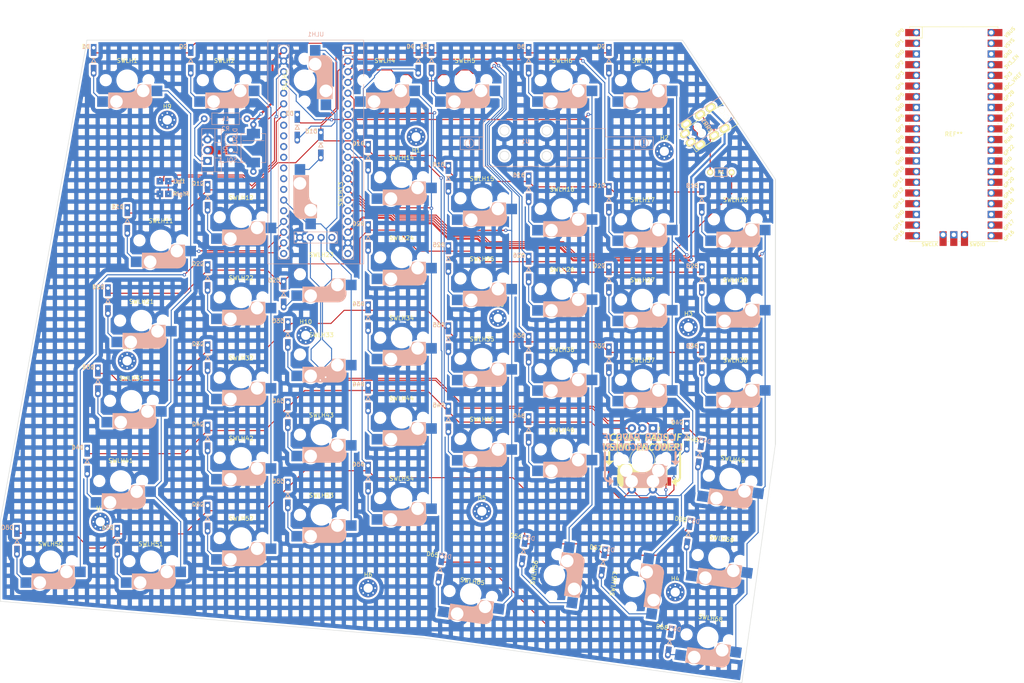
<source format=kicad_pcb>
(kicad_pcb (version 20211014) (generator pcbnew)
  (layers (0 "F.Cu" signal) (31 "B.Cu" signal) (34 "B.Paste" user) (35 "F.Paste" user) (36 "B.SilkS" user "B.Silkscreen") (37 "F.SilkS" user "F.Silkscreen") (38 "B.Mask" user) (39 "F.Mask" user) (44 "Edge.Cuts" user))
  (net 0 "")
  (net 1 "row0")
  (net 2 "Net-(D1-Pad2)")
  (net 3 "Net-(D2-Pad2)")
  (net 4 "Net-(D3-Pad2)")
  (net 5 "Net-(D4-Pad2)")
  (net 6 "Net-(D5-Pad2)")
  (net 7 "Net-(D6-Pad2)")
  (net 8 "Net-(D7-Pad2)")
  (net 9 "row1")
  (net 10 "Net-(D11-Pad2)")
  (net 11 "Net-(D12-Pad2)")
  (net 12 "Net-(D13-Pad2)")
  (net 13 "Net-(D14-Pad2)")
  (net 14 "Net-(D15-Pad2)")
  (net 15 "Net-(D16-Pad2)")
  (net 16 "Net-(D17-Pad2)")
  (net 17 "Net-(D18-Pad2)")
  (net 18 "row2")
  (net 19 "Net-(D21-Pad2)")
  (net 20 "Net-(D22-Pad2)")
  (net 21 "Net-(D23-Pad2)")
  (net 22 "Net-(D24-Pad2)")
  (net 23 "Net-(D25-Pad2)")
  (net 24 "Net-(D26-Pad2)")
  (net 25 "Net-(D27-Pad2)")
  (net 26 "Net-(D28-Pad2)")
  (net 27 "row3")
  (net 28 "Net-(D31-Pad2)")
  (net 29 "Net-(D32-Pad2)")
  (net 30 "Net-(D33-Pad2)")
  (net 31 "Net-(D34-Pad2)")
  (net 32 "Net-(D35-Pad2)")
  (net 33 "Net-(D36-Pad2)")
  (net 34 "Net-(D37-Pad2)")
  (net 35 "Net-(D38-Pad2)")
  (net 36 "row4")
  (net 37 "Net-(D41-Pad2)")
  (net 38 "Net-(D42-Pad2)")
  (net 39 "Net-(D43-Pad2)")
  (net 40 "Net-(D44-Pad2)")
  (net 41 "Net-(D45-Pad2)")
  (net 42 "Net-(D46-Pad2)")
  (net 43 "SW47B")
  (net 44 "Net-(D48-Pad2)")
  (net 45 "row5")
  (net 46 "Net-(D50-Pad2)")
  (net 47 "Net-(D51-Pad2)")
  (net 48 "Net-(D52-Pad2)")
  (net 49 "Net-(D53-Pad2)")
  (net 50 "Net-(D54-Pad2)")
  (net 51 "Net-(D56-Pad2)")
  (net 52 "Net-(D57-Pad2)")
  (net 53 "Net-(D58-Pad2)")
  (net 54 "row6")
  (net 55 "Net-(D65-Pad2)")
  (net 56 "Net-(D68-Pad2)")
  (net 57 "Net-(Q1-Pad1)")
  (net 58 "TRRS1")
  (net 59 "col1")
  (net 60 "col2")
  (net 61 "col3")
  (net 62 "col4")
  (net 63 "col5")
  (net 64 "col6")
  (net 65 "SW47A")
  (net 66 "col8")
  (net 67 "col0")
  (net 68 "encA")
  (net 69 "encB")
  (net 70 "Net-(JP1-Pad1)")
  (net 88 "Net-(D_SOL_1-PadA)")
  (net 89 "GND")
  (net 90 "unconnected-(J1-PadD)")
  (net 91 "Net-(J1-PadC)")
  (net 92 "SOLENOID_CONTROL")
  (net 93 "Net-(JP1-Pad2)")
  (net 94 "SOL_VCC")
  (net 95 "TRRS_VCC")
  (footprint "ergodonk_kicad_library:CherryMX_Hotswap" (layer "F.Cu") (at 114.3 57.975 180)
    (fp_text reference "SWLH14" hide)
    (fp_text value "SW_PUSH" hide)
  )
  (footprint "ergodonk_kicad_library:CherryMX_Hotswap" (layer "F.Cu") (at 95.25 100.075 180)
    (fp_text reference "SWLH33" hide)
    (fp_text value "SW_PUSH" hide)
  )
  (footprint "ergodonk_kicad_library:CherryMX_Hotswap_2u_ergodonk" (layer "F.Cu") (at 169.425595 155.196737 -98)
    (fp_text reference "SWLH57" hide)
    (fp_text value "SW_PUSH" hide)
  )
  (footprint "MountingHole:MountingHole_2.2mm_M2_Pad_Via" (layer "F.Cu") (at 42.799 139.827)
    (fp_text reference "H7")
    (fp_text value "MountingHole")
  )
  (footprint "ergodonk_kicad_library:CherryMX_Hotswap" (layer "F.Cu") (at 133.35 101.075 180)
    (fp_text reference "SWLH35" hide)
    (fp_text value "SW_PUSH" hide)
  )
  (footprint "MountingHole:MountingHole_2.2mm_M2_Pad_Via" (layer "F.Cu") (at 133.35 137.31875)
    (fp_text reference "H5")
    (fp_text value "MountingHole")
  )
  (footprint "ergodonk_kicad_library:CherryMX_Hotswap" (layer "F.Cu") (at 76.2 67.475 180)
    (fp_text reference "SWLH12" hide)
    (fp_text value "SW_PUSH" hide)
  )
  (footprint "ergodonk_kicad_library:CherryMX_Hotswap" (layer "F.Cu") (at 95.25 119.125 180)
    (fp_text reference "SWLH43" hide)
    (fp_text value "SW_PUSH" hide)
  )
  (footprint "ergodonk_kicad_library:CherryMX_Hotswap" (layer "F.Cu") (at 72.2 34.925 180)
    (fp_text reference "SWLH2" hide)
    (fp_text value "SW_PUSH" hide)
  )
  (footprint "ergodonk_kicad_library:CherryMX_Hotswap" (layer "F.Cu") (at 95.25 138.175 180)
    (fp_text reference "SWLH53" hide)
    (fp_text value "SW_PUSH" hide)
  )
  (footprint "ergodonk_kicad_library:CherryMX_Hotswap" (layer "F.Cu") (at 91.25 34.925 -90)
    (fp_text reference "SWLH3" hide)
    (fp_text value "SW_PUSH" hide)
  )
  (footprint "ergodonk_kicad_library:RotaryEncoder_EC11_with_MX_hotswap_v2" (layer "F.Cu") (at 165.608 128.173)
    (fp_text reference "SWLH_ROT1")
    (fp_text value "RotaryEncoder_Switch")
  )
  (footprint "ergodonk_kicad_library:CherryMX_Hotswap" (layer "F.Cu") (at 133.35 120.125 180)
    (fp_text reference "SWLH45" hide)
    (fp_text value "SW_PUSH" hide)
  )
  (footprint "MountingHole:MountingHole_2.2mm_M2_Pad_Via" (layer "F.Cu") (at 179.248274 156.539726)
    (fp_text reference "H4")
    (fp_text value "MountingHole")
  )
  (footprint "ergodonk_kicad_library:CherryMX_Hotswap" (layer "F.Cu") (at 186.964578 167.280288 172)
    (fp_text reference "SWLH68" hide)
    (fp_text value "SW_PUSH" hide)
  )
  (footprint "ergodonk_kicad_library:CherryMX_Hotswap" (layer "F.Cu") (at 171.45 87.025 180)
    (fp_text reference "SWLH27" hide)
    (fp_text value "SW_PUSH" hide)
  )
  (footprint "ergodonk_kicad_library:CherryMX_Hotswap" (layer "F.Cu") (at 110.3 34.925 180)
    (fp_text reference "SWLH4" hide)
    (fp_text value "SW_PUSH" hide)
  )
  (footprint "ergodonk_kicad_library:CherryMX_Hotswap_1.25u_Vert_ergodonk" (layer "F.Cu") (at 130.702164 156.968469 172)
    (fp_text reference "SWLH65" hide)
    (fp_text value "SW_PUSH" hide)
  )
  (footprint "ergodonk_kicad_library:CherryMX_Hotswap" (layer "F.Cu") (at 76.2 86.525 180)
    (fp_text reference "SWLH22" hide)
    (fp_text value "SW_PUSH" hide)
  )
  (footprint "MountingHole:MountingHole_2.2mm_M2_Pad_Via" (layer "F.Cu") (at 91.543274 95.527726)
    (fp_text reference "H10")
    (fp_text value "MountingHole")
  )
  (footprint "ergodonk_kicad_library:CherryMX_Hotswap" (layer "F.Cu") (at 152.4 65.475 180)
    (fp_text reference "SWLH16" hide)
    (fp_text value "SW_PUSH" hide)
  )
  (footprint "ergodonk_kicad_library:CherryMX_Hotswap" (layer "F.Cu") (at 189.615825 148.415681 172)
    (fp_text reference "SWLH58" hide)
    (fp_text value "SW_PUSH" hide)
  )
  (footprint "ergodonk_kicad_library:CherryMX_Hotswap" (layer "F.Cu") (at 114.3 115.125 180)
    (fp_text reference "SWLH44" hide)
    (fp_text value "SW_PUSH" hide)
  )
  (footprint "MountingHole:MountingHole_2.2mm_M2_Pad_Via" (layer "F.Cu") (at 182.372 93.599)
    (fp_text reference "H3")
    (fp_text value "MountingHole")
  )
  (footprint "MountingHole:MountingHole_2.2mm_M2_Pad_Via" (layer "F.Cu") (at 106.3625 155.575)
    (fp_text reference "H6")
    (fp_text value "MountingHole")
  )
  (footprint "ergodonk_kicad_library:CherryMX_Hotswap" (layer "F.Cu") (at 76.2 143.675 180)
    (fp_text reference "SWLH52" hide)
    (fp_text value "SW_PUSH" hide)
  )
  (footprint "ergodonk_kicad_library:CherryMX_Hotswap_2u_ergodonk" (layer "F.Cu") (at 150.561639 152.546435 -98)
    (fp_text reference "SWLH56" hide)
    (fp_text value "SW_PUSH" hide)
  )
  (footprint "MountingHole:MountingHole_2.2mm_M2_Pad_Via" (layer "F.Cu") (at 117.729 48.387 180)
    (fp_text reference "H1")
    (fp_text value "MountingHole")
  )
  (footprint "ergodonk_kicad_library:CherryMX_Hotswap" (layer "F.Cu") (at 193.5 87.025 180)
    (fp_text reference "SWLH28" hide)
    (fp_text value "SW_PUSH" hide)
  )
  (footprint "ergodonk_kicad_library:CherryMX_Hotswap" (layer "F.Cu") (at 152.4 84.525 180)
    (fp_text reference "SWLH26" hide)
    (fp_text value "SW_PUSH" hide)
  )
  (footprint "ergodonk_kicad_library:CherryMX_Hotswap" (layer "F.Cu") (at 114.3 77.025 180)
    (fp_text reference "SWLH24" hide)
    (fp_text value "SW_PUSH" hide)
  )
  (footprint "ergodonk_kicad_library:CherryMX_Hotswap" (layer "F.Cu") (at 171.45 34.925 180)
    (fp_text reference "SWLH7" hide)
    (fp_text value "SW_PUSH" hide)
  )
  (footprint "ergodonk_kicad_library:CherryMX_Hotswap_1.75u_ergodonk" (layer "F.Cu") (at 50.165 111.075 180)
    (fp_text reference "SWLH31" hide)
    (fp_text value "SW_PUSH" hide)
  )
  (footprint "ergodonk_kicad_library:CherryMX_Hotswap_2u_ergodonk" (layer "F.Cu") (at 47.625 130.125 180)
    (fp_text reference "SWLH41" hide)
    (fp_text value "SW_PUSH" hide)
  )
  (footprint "ergodonk_kicad_library:CherryMX_Hotswap" (layer "F.Cu") (at 193.5 106.075 180)
    (fp_text reference "SWLH38" hide)
    (fp_text value "SW_PUSH" hide)
  )
  (footprint "ergodonk_kicad_library:CherryMX_Hotswap" (layer "F.Cu") (at 152.4 34.925 180)
    (fp_text reference "SWLH6" hide)
    (fp_text value "SW_PUSH" hide)
  )
  (footprint "ergodonk_kicad_library:CherryMX_Hotswap" (layer "F.Cu") (at 152.4 122.625 180)
    (fp_text reference "SWLH46" hide)
    (fp_text value "SW_PUSH" hide)
  )
  (footprint "Keebio-Parts:SolderJumper" (layer "F.Cu") (at 57.928 60.428)
    (fp_text reference "JP1" hide)
    (fp_text value "SolderJumper_3_Open" hide)
  )
  (footprint "ergodonk_kicad_library:CherryMX_Hotswap_1.5u" (layer "F.Cu") (at 52.54625 92.025 180)
    (fp_text reference "SWLH21" hide)
    (fp_text value "SW_PUSH" hide)
  )
  (footprint "ergodonk_kicad_library:CherryMX_Hotswap_1.25u_ergodonk" (layer "F.Cu") (at 54.76875 149.175 180)
    (fp_text reference "SWLH51" hide)
    (fp_text value "SW_PUSH" hide)
  )
  (footprint "ergodonk_kicad_library:CherryMX_Hotswap" (layer "F.Cu") (at 114.3 96.075 180)
    (fp_text reference "SWLH34" hide)
    (fp_text value "SW_PUSH" hide)
  )
  (footprint "ergodonk_kicad_library:CherryMX_Hotswap_1.25u_ergodonk" (layer "F.Cu") (at 30.95625 149.175 180)
    (fp_text reference "SWLH50" hide)
    (fp_text value "SW_PUSH" hide)
  )
  (footprint "ergodonk_kicad_library:CherryMX_Hotswap" (layer "F.Cu") (at 171.45 106.075 180)
    (fp_text reference "SWLH37" hide)
    (fp_text value "SW_PUSH" hide)
  )
  (footprint "ergodonk_kicad_library:CherryMX_Hotswap" (layer "F.Cu") (at 129.35 34.925 180)
    (fp_text reference "SWLH5" hide)
    (fp_text value "SW_PUSH" hide)
  )
  (footprint "ergodonk_kicad_library:CherryMX_Hotswap" (layer "F.Cu") (at 76.2 124.625 180)
    (fp_text reference "SWLH42" hide)
    (fp_text value "SW_PUSH" hide)
  )
  (footprint "ergodonk_kicad_library:CherryMX_Hotswap" (layer "F.Cu") (at 192.267073 129.551075 172)
    (fp_text reference "SWLH48" hide)
    (fp_text value "SW_PUSH" hide)
  )
  (footprint "MountingHole:MountingHole_2.2mm_M2_Pad_Via" (layer "F.Cu") (at 176.657 51.816)
    (fp_text reference "H2")
    (fp_text value "MountingHole")
  )
  (footprint "ergodonk_kicad_library:CherryMX_Hotswap" (layer "F.Cu") (at 76.2 105.575 180)
    (fp_text reference "SWLH32" hide)
    (fp_text value "SW_PUSH" hide)
  )
  (footprint "ergodonk_kicad_library:CherryMX_Hotswap" (layer "F.Cu") (at 95.25 81.025 180)
    (fp_text reference "SWLH23" hide)
    (fp_text value "SW_PUSH" hide)
  )
  (footprint "ergodonk_kicad_library:CherryMX_Hotswap" (layer "F.Cu") (at 152.4 103.575 180)
    (fp_text reference "SWLH36" hide)
    (fp_text value "SW_PUSH" hide)
  )
  (footprint "ergodonk_kicad_library:CherryMX_Hotswap" (layer "F.Cu") (at 57.15 72.975 180)
    (fp_text reference "SWLH11" hide)
    (fp_text value "SW_PUSH" hide)
  )
  (footprint "kbd:MJ-4PP-9" (layer "F.Cu") (at 192.532 42.799 -56.2)
    (fp_text reference "J1")
    (fp_text value "AudioJack4" hide)
  )
  (footprint "ergodonk_kicad_library:CherryMX_Hotswap" (layer "F.Cu") (at 171.45 67.975 180)
    (fp_text reference "SWLH17" hide)
    (fp_text value "SW_PUSH" hide)
  )
  (footprint "ergodonk_kicad_library:CherryMX_Hotswap" (layer "F.Cu") (at 114.3 134.175 180)
    (fp_text reference "SWLH54" hide)
    (fp_text value "SW_PUSH" hide)
  )
  (footprint "ergodonk_kicad_library:CherryMX_Hotswap" (layer "F.Cu") (at 193.5 67.975 180)
    (fp_text reference "SWLH18" hide)
    (fp_text value "SW_PUSH" hide)
  )
  (footprint "ergodonk_kicad_library:MountingHole_2.05mm_M2_Pad_Via" (layer "F.Cu") (at 137.16 91.44)
    (fp_text reference "H10")
    (fp_text value "MountingHole")
  )
  (footprint "MountingHole:MountingHole_2.2mm_M2_Pad_Via" (layer "F.Cu") (at 49.149 101.6)
    (fp_text reference "H8")
    (fp_text value "MountingHole")
  )
  (footprint "ergodonk_kicad_library:CherryMX_Hotswap" (layer "F.Cu") (at 133.35 82.025 180)
    (fp_text reference "SWLH25" hide)
    (fp_text value "SW_PUSH" hide)
  )
  (footprint "ergodonk_kicad_library:CherryMX_Hotswap" (layer "F.Cu") (at 49.15 34.925 180)
    (fp_text reference "SWLH1" hide)
    (fp_text value "SW_PUSH" hide)
  )
  (footprint "ergodonk_kicad_library:CherryMX_Hotswap" (layer "F.Cu") (at 95.25 61.975 90)
    (fp_text reference "SWLH13" hide)
    (fp_text value "SW_PUSH" hide)
  )
  (footprint "MountingHole:MountingHole_2.2mm_M2_Pad_Via" (layer "F.Cu") (at 58.674 44.374274)
    (fp_text reference "H9")
    (fp_text value "MountingHole")
  )
  (footprint "kbd:R" (layer "F.Cu") (at 190.087 56.801)
    (fp_text reference "R1")
    (fp_text value "1.5K" hide)
  )
  (footprint "MCU_RaspberryPi_and_Boards:RPi_Pico_SMD_TH" (layer "F.Cu") (at 245.364 47.752)
    (fp_text reference "REF**")
    (fp_text value "RPi_Pico_SMD_TH")
  )
  (footprint "ergodonk_kicad_library:CherryMX_Hotswap" (layer "F.Cu") (at 133.35 62.975 180)
    (fp_text reference "SWLH15" hide)
    (fp_text value "SW_PUSH" hide)
  )
  (footprint "ergodonk_kicad_library:D3_TH_SMD_v3_ergodonk" (layer "B.Cu") (at 23.00625 144.464 -90)
    (fp_text reference "D50" hide)
    (fp_text value "D" hide)
  )
  (footprint "ergodonk_kicad_library:D3_TH_SMD_v3_ergodonk" (layer "B.Cu") (at 49.2 68.264 -90)
    (fp_text reference "D11" hide)
    (fp_text value "D" hide)
  )
  (footprint "ergodonk_kicad_library:D3_TH_SMD_v3_ergodonk" (layer "B.Cu") (at 87.3 133.464 -90)
    (fp_text reference "D53" hide)
    (fp_text value "D" hide)
  )
  (footprint "ergodonk_kicad_library:D3_TH_SMD_v3_ergodonk" (layer "B.Cu") (at 68.25 119.914 -90)
    (fp_text reference "D42" hide)
    (fp_text value "D" hide)
  )
  (footprint "ergodonk_kicad_library:D3_TH_SMD_v3_ergodonk" (layer "B.Cu") (at 182.365032 142.768274 -98)
    (fp_text reference "D58" hide)
    (fp_text value "D" hide)
  )
  (footprint "ergodonk_kicad_library:D3_TH_SMD_v3_ergodonk" (layer "B.Cu") (at 95.123 50.34 -90)
    (fp_text reference "D13" hide)
    (fp_text value "D" hide)
  )
  (footprint "ergodonk_kicad_library:D3_TH_SMD_v3_ergodonk" (layer "B.Cu") (at 106.35 129.464 -90)
    (fp_text reference "D54" hide)
    (fp_text value "D" hide)
  )
  (footprint "ergodonk_kicad_library:D3_TH_SMD_v3_ergodonk" (layer "B.Cu") (at 68.25 138.964 -90)
    (fp_text reference "D52" hide)
    (fp_text value "D" hide)
  )
  (footprint "ergodonk_kicad_library:D3_TH_SMD_v3_ergodonk" (layer "B.Cu") (at 89.535 46.101 -90)
    (fp_text reference "D3" hide)
    (fp_text value "D" hide)
  )
  (footprint "ergodonk_kicad_library:D3_TH_SMD_v3_ergodonk" (layer "B.Cu") (at 125.4 58.264 -90)
    (fp_text reference "D15" hide)
    (fp_text value "D" hide)
  )
  (footprint "ergodonk_kicad_library:D3_TH_SMD_v3_ergodonk" (layer "B.Cu") (at 144.45 98.864 -90)
    (fp_text reference "D36" hide)
    (fp_text value "D" hide)
  )
  (footprint "ergodonk_kicad_library:D3_TH_SMD_v3_ergodonk" (layer "B.Cu") (at 68.25 81.814 -90)
    (fp_text reference "D22" hide)
    (fp_text value "D" hide)
  )
  (footprint "ergodonk_kicad_library:D3_TH_SMD_v3_ergodonk" (layer "B.Cu") (at 41.2 30.214 -90)
    (fp_text reference "D1" hide)
    (fp_text value "D" hide)
  )
  (footprint "ergodonk_kicad_library:D3_TH_SMD_v3_ergodonk" (layer "B.Cu") (at 144.45 30.214 -90)
    (fp_text reference "D6" hide)
    (fp_text value "D" hide)
  )
  (footprint "Package_TO_SOT_THT:TO-220-3_Vertical" (layer "B.Cu") (at 68.227 54.101 90)
    (fp_text reference "Q1")
    (fp_text value "TIP120")
  )
  (footprint "ergodonk_kicad_library:D3_TH_SMD_v3_ergodonk" (layer "B.Cu") (at 185.55 63.264 -90)
    (fp_text reference "D18" hide)
    (fp_text value "D" hide)
  )
  (footprint "ergodonk_kicad_library:D3_TH_SMD_v3_ergodonk" (layer "B.Cu") (at 163.5 82.314 -90)
    (fp_text reference "D27" hide)
    (fp_text value "D" hide)
  )
  (footprint "ergodonk_kicad_library:D3_TH_SMD_v3_ergodonk" (layer "B.Cu") (at 42.215 106.364 -90)
    (fp_text reference "D31" hide)
    (fp_text value "D" hide)
  )
  (footprint "ergodonk_kicad_library:D3_TH_SMD_v3_ergodonk" (layer "B.Cu") (at 144.45 117.914 -90)
    (fp_text reference "D46" hide)
    (fp_text value "D" hide)
  )
  (footprint "ergodonk_kicad_library:D3_TH_SMD_v3_ergodonk" (layer "B.Cu") (at 125.4 96.364 -90)
    (fp_text reference "D35" hide)
    (fp_text value "D" hide)
  )
  (footprint "ergodonk_kicad_library:D3_TH_SMD_v3_ergodonk" (layer "B.Cu") (at 163.5 63.264 -90)
    (fp_text reference "D17" hide)
    (fp_text value "D" hide)
  )
  (footprint "ergodonk_kicad_library:D3_TH_SMD_v3_ergodonk" (layer "B.Cu") (at 44.59625 87.314 -90)
    (fp_text reference "D21" hide)
    (fp_text value "D" hide)
  )
  (footprint "ergodonk_kicad_library:uxcell a14092600ux0438 solenoid" (layer "B.Cu") (at 143.717 49.911 180)
    (fp_text reference "U1")
    (fp_text value "Solenoid")
    (fp_circle (center 5 3) (end 6.1 3) (layer "Edge.Cuts") (width 0.12) (fill none))
    (fp_circle (center -5 3) (end -3.9 3) (layer "Edge.Cuts") (width 0.12) (fill none))
    (fp_circle (center 5 -2.975) (end 6.1 -2.975) (layer "Edge.Cuts") (width 0.12) (fill none))
    (fp_circle (center -5 -3) (end -3.9 -3) (layer "Edge.Cuts") (width 0.12) (fill none))
  )
  (footprint "ergodonk_kicad_library:D3_TH_SMD_v3_ergodonk" (layer "B.Cu") (at 144.45 60.764 -90)
    (fp_text reference "D16" hide)
    (fp_text value "D" hide)
  )
  (footprint "ergodonk_kicad_library:D3_TH_SMD_v3_ergodonk" (layer "B.Cu") (at 86.3 85.736 -90)
    (fp_text reference "D23" hide)
    (fp_text value "D" hide)
  )
  (footprint "ergodonk_kicad_library:D3_TH_SMD_v3_ergodonk" (layer "B.Cu") (at 106.35 91.364 -90)
    (fp_text reference "D34" hide)
    (fp_text value "D" hide)
  )
  (footprint "ergodonk_kicad_library:D3_TH_SMD_v3_ergodonk" (layer "B.Cu") (at 118.25 30.214 -90)
    (fp_text reference "D4" hide)
    (fp_text value "D" hide)
  )
  (footprint "ergodonk_kicad_library:D3_TH_SMD_v3_ergodonk" (layer "B.Cu") (at 177.927 168.402 -98)
    (fp_text reference "D68" hide)
    (fp_text value "D" hide)
  )
  (footprint "ergodonk_kicad_library:D3_TH_SMD_v3_ergodonk" (layer "B.Cu") (at 162.142481 149.528804 -98)
    (fp_text reference "D57" hide)
    (fp_text value "D" hide)
  )
  (footprint "ergodonk_kicad_library:D3_TH_SMD_v3_ergodonk" (layer "B.Cu") (at 163.5 30.214 -90)
    (fp_text reference "D7" hide)
    (fp_text value "D" hide)
  )
  (footprint "ergodonk_kicad_library:D3_TH_SMD_v3_ergodonk" (layer "B.Cu") (at 39.675 125.414 -90)
    (fp_text reference "D41" hide)
    (fp_text value "D" hide)
  )
  (footprint "ergodonk_kicad_library:D3_TH_SMD_v3_ergodonk" (layer "B.Cu") (at 64.25 30.214 -90)
    (fp_text reference "D2" hide)
    (fp_text value "D" hide)
  )
  (footprint "ergodonk_kicad_library:D3_TH_SMD_v3_ergodonk" (layer "B.Cu") (at 106.35 72.314 -90)
    (fp_text reference "D24" hide)
    (fp_text value "D" hide)
  )
  (footprint "ergodonk_kicad_library:D3_TH_SMD_v3_ergodonk" (layer "B.Cu") (at 121.4 30.214 -90)
    (fp_text reference "D5" hide)
    (fp_text value "D" hide)
  )
  (footprint "ergodonk_kicad_library:D3_TH_SMD_v3_ergodonk" (layer "B.Cu") (at 68.25 62.764 -90)
    (fp_text reference "D12" hide)
    (fp_text value "D" hide)
  )
  (footprint "ergodonk_kicad_library:D3_TH_SMD_v3_ergodonk" (layer "B.Cu") (at 87.3 95.364 -90)
    (fp_text reference "D33" hide)
    (fp_text value "D" hide)
  )
  (footprint "ergodonk_kicad_library:D3_TH_SMD_v3_ergodonk" (layer "B.Cu") (at 125.4 115.414 -90)
    (fp_text reference "D45" hide)
    (fp_text value "D" hide)
  )
  (footprint "Neffs_kicad_footprint_library:MUR340S_IN4004_TH" (layer "B.Cu") (at 79.121 51.054 -90)
    (fp_text reference "D_SOL_1")
    (fp_text value "MUR340S")
  )
  (footprint "ergodonk_kicad_library:D3_TH_SMD_v3_ergodonk" (layer "B.Cu") (at 87.3 114.414 -90)
    (fp_text reference "D43" hide)
    (fp_text value "D" hide)
  )
  (footprint "ergodonk_kicad_library:D3_TH_SMD_v3_ergodonk" (layer "B.Cu") (at 144.45 79.814 -90)
    (fp_text reference "D26" hide)
    (fp_text value "D" hide)
  )
  (footprint "Footprints:YAAJ_WeAct_BlackPill_SWD_2" (layer "B.Cu") (at 101.55 27.845 180)
    (fp_text reference "ULH1")
    (fp_text value "YAAJ_WeAct_BlackPill_Part_Like_SWD_Breakout" hide)
  )
  (footprint "ergodonk_kicad_library:D3_TH_SMD_v3_ergodonk" (layer "B.Cu") (at 185.55 101.364 -90)
    (fp_text reference "D38" hide)
    (fp_text value "D" hide)
  )
  (footprint "Connector_PinHeader_2.54mm:PinHeader_1x02_P2.54mm_Vertical" (layer "B.Cu") (at 73.787 51.562)
    (fp_text reference "J_SOL_1")
    (fp_text value "Conn_01x02_Female")
  )
  (footprint "ergodonk_kicad_library:D3_TH_SMD_v3_ergodonk" (layer "B.Cu") (at 106.35 53.264 -90)
    (fp_text reference "D14" hide)
    (fp_text value "D" hide)
  )
  (footprint "ergodonk_kicad_library:D3_TH_SMD_v3_ergodonk" (layer "B.Cu") (at 163.5 101.364 -90)
    (fp_text reference "D37" hide)
    (fp_text value "D" hide)
  )
  (footprint "ergodonk_kicad_library:D3_TH_SMD_v3_ergodonk" (layer "B.Cu") (at 106.35 110.414 -90)
    (fp_text reference "D44" hide)
    (fp_text value "D" hide)
  )
  (footprint "ergodonk_kicad_library:D3_TH_SMD_v3_ergodonk" (layer "B.Cu") (at 143.256 146.812 -98)
    (fp_text reference "D56" hide)
    (fp_text value "D" hide)
  )
  (footprint "ergodonk_kicad_library:D3_TH_SMD_v3_ergodonk" (layer "B.Cu") (at 68.25 100.864 -90)
    (fp_text reference "D32" hide)
    (fp_text value "D" hide)
  )
  (footprint "ergodonk_kicad_library:D3_TH_SMD_v3_ergodonk" (layer "B.Cu") (at 181.991 119.507 -90)
    (fp_text reference "D47" hide)
    (fp_text value "D" hide)
  )
  (footprint "Resistor_THT:R_Axial_DIN0207_L6.3mm_D2.5mm_P10.16mm_Horizontal" (layer "B.Cu") (at 67.447 44.081)
    (fp_text reference "R2")
    (fp_text value "1k")
  )
  (footprint "ergodonk_kicad_library:D3_TH_SMD_v3_ergodonk" (layer "B.Cu") (at 125.4 77.314 -90)
    (fp_text reference "D25" hide)
    (fp_text value "D" hide)
  )
  (footprint "ergodonk_kicad_library:D3_TH_SMD_v3_ergodonk" (layer "B.Cu") (at 185.075519 123.775196 -98)
    (fp_text reference "D48" hide)
    (fp_text value "D" hide)
  )
  (footprint "ergodonk_kicad_library:D3_TH_SMD_v3_ergodonk" (layer "B.Cu") (at 185.55 82.314 -90)
    (fp_text reference "D28" hide)
    (fp_text value "D" hide)
  )
  (footprint "ergodonk_kicad_library:D3_TH_SMD_v3_ergodonk" (layer "B.Cu") (at 46.81875 144.464 -90)
    (fp_text reference "D51" hide)
    (fp_text value "D" hide)
  )
  (footprint "ergodonk_kicad_library:D3_TH_SMD_v3_ergodonk" (layer "B.Cu") (at 123.444 151.150274 -98)
    (fp_text reference "D65" hide)
    (fp_text value "D" hide)
  )
  (gr_line (start 195.07 178.04) (end 203.02 121.45) (layer "Edge.Cuts") (width 0.1))
  (gr_line (start 19.05 158.7) (end 119.63 167.43) (layer "Edge.Cuts") (width 0.1))
  (gr_line (start 19.05 139.7) (end 19.05 158.623) (layer "Edge.Cuts") (width 0.1))
  (gr_line (start 19.05 139.65) (end 39.62 25.4) (layer "Edge.Cuts") (width 0.1))
  (gr_line (start 19.05 158.623) (end 19.05 158.7) (layer "Edge.Cuts") (width 0.1))
  (gr_line (start 39.62 25.4) (end 180.975 25.4) (layer "Edge.Cuts") (width 0.1))
  (gr_line (start 19.05 139.7) (end 19.05 139.65) (layer "Edge.Cuts") (width 0.1))
  (gr_line (start 203.02 58.45) (end 203.02 121.45) (layer "Edge.Cuts") (width 0.15))
  (gr_line (start 119.63 167.43) (end 195.07 178.04) (layer "Edge.Cuts") (width 0.1))
  (gr_line (start 203.02 58.45) (end 180.975 25.4) (layer "Edge.Cuts") (width 0.1))
  (segment (start 64.25 27.214) (end 65.302 26.162) (width 0.25) (layer "F.Cu") (net 1))
  (segment (start 90.294 45.085) (end 95.25 45.085) (width 0.25) (layer "F.Cu") (net 1))
  (segment (start 102.153 28.448) (end 118.241 28.448) (width 0.25) (layer "F.Cu") (net 1))
  (segment (start 97.091 26.162) (end 98.774 27.845) (width 0.25) (layer "F.Cu") (net 1))
  (segment (start 144.45 28.439) (end 163.5 28.439) (width 0.25) (layer "F.Cu") (net 1))
  (segment (start 121.4 28.439) (end 144.45 28.439) (width 0.25) (layer "F.Cu") (net 1))
  (segment (start 98.73748 27.88152) (end 98.774 27.845) (width 0.25) (layer "F.Cu") (net 1))
  (segment (start 41.2 28.439) (end 64.25 28.439) (width 0.25) (layer "F.Cu") (net 1))
  (segment (start 101.55 27.845) (end 102.153 28.448) (width 0.25) (layer "F.Cu") (net 1))
  (segment (start 118.25 28.439) (end 121.4 28.439) (width 0.25) (layer "F.Cu") (net 1))
  (segment (start 118.241 28.448) (end 118.25 28.439) (width 0.25) (layer "F.Cu") (net 1))
  (segment (start 98.73748 41.59752) (end 98.73748 27.88152) (width 0.25) (layer "F.Cu") (net 1))
  (segment (start 95.25 45.085) (end 98.73748 41.59752) (width 0.25) (layer "F.Cu") (net 1))
  (segment (start 98.774 27.845) (end 101.55 27.845) (width 0.25) (layer "F.Cu") (net 1))
  (segment (start 89.535 44.326) (end 90.294 45.085) (width 0.25) (layer "F.Cu") (net 1))
  (segment (start 65.302 26.162) (end 97.091 26.162) (width 0.25) (layer "F.Cu") (net 1))
  (segment (start 43.308 40.005) (end 41.2 37.897) (width 0.25) (layer "B.Cu") (net 2))
  (segment (start 41.2 37.897) (end 41.2 33.214) (width 0.25) (layer "B.Cu") (net 2))
  (segment (start 64.25 37.897) (end 64.25 33.214) (width 0.25) (layer "B.Cu") (net 3))
  (segment (start 66.358 40.005) (end 64.25 37.897) (width 0.25) (layer "B.Cu") (net 3))
  (segment (start 98.48348 44.958) (end 98.48348 42.92048) (width 0.25) (layer "B.Cu") (net 4))
  (segment (start 89.535 49.101) (end 92.789 45.847) (width 0.25) (layer "B.Cu") (net 4))
  (segment (start 97.59448 45.847) (end 98.48348 44.958) (width 0.25) (layer "B.Cu") (net 4))
  (segment (start 92.789 45.847) (end 97.59448 45.847) (width 0.25) (layer "B.Cu") (net 4))
  (segment (start 98.48348 42.92048) (end 96.33 40.767) (width 0.25) (layer "B.Cu") (net 4))
  (segment (start 107.875479 33.920729) (end 109.538208 32.258) (width 0.25) (layer "B.Cu") (net 5))
  (segment (start 105.227 39.236) (end 105.227 36.891) (width 0.25) (layer "B.Cu") (net 5))
  (segment (start 117.294 32.258) (end 118.25 33.214) (width 0.25) (layer "B.Cu") (net 5))
  (segment (start 109.538208 32.258) (end 117.294 32.258) (width 0.25) (layer "B.Cu") (net 5))
  (segment (start 105.227 36.891) (end 107.875479 34.242521) (width 0.25) (layer "B.Cu") (net 5))
  (segment (start 104.458 40.005) (end 105.227 39.236) (width 0.25) (layer "B.Cu") (net 5))
  (segment (start 107.875479 34.242521) (end 107.875479 33.920729) (width 0.25) (layer "B.Cu") (net 5))
  (segment (start 121.4 37.897) (end 121.4 33.214) (width 0.25) (layer "B.Cu") (net 6))
  (segment (start 123.508 40.005) (end 121.4 37.897) (width 0.25) (layer "B.Cu") (net 6))
  (segment (start 146.558 40.005) (end 144.45 37.897) (width 0.25) (layer "B.Cu") (net 7))
  (segment (start 144.45 37.897) (end 144.45 33.214) (width 0.25) (layer "B.Cu") (net 7))
  (segment (start 165.608 40.005) (end 163.5 37.897) (width 0.25) (layer "B.Cu") (net 8))
  (segment (start 163.5 37.897) (end 163.5 33.214) (width 0.25) (layer "B.Cu") (net 8))
  (segment (start 62.75 66.489) (end 68.25 60.989) (width 0.25) (layer "F.Cu") (net 9))
  (segment (start 157.353 30.353) (end 156.961 29.961) (width 0.25) (layer "F.Cu") (net 9))
  (segment (start 99.187 41.783718) (end 99.187 32.748) (width 0.25) (layer "F.Cu") (net 9))
  (segment (start 78.449 60.989) (end 68.25 60.989) (width 0.25) (layer "F.Cu") (net 9))
  (segment (start 164.725 61.489) (end 163.5 60.264) (width 0.25) (layer "F.Cu") (net 9))
  (segment (start 95.897511 49.339511) (end 104.200511 49.339511) (width 0.25) (layer "F.Cu") (net 9))
  (segment (start 144.45 58.989) (end 127.9 58.989) (width 0.25) (layer "F.Cu") (net 9))
  (segment (start 107.65648 52.79548) (end 106.35 51.489) (width 0.25) (layer "F.Cu") (net 9))
  (segment (start 95.30848 45.53452) (end 95.436198 45.53452) (width 0.25) (layer "F.Cu") (net 9))
  (segment (start 99.187 32.748) (end 101.55 30.385) (width 0.25) (layer "F.Cu") (net 9))
  (segment (start 145.725 60.264) (end 144.45 58.989) (width 0.25) (layer "F.Cu") (net 9))
  (segment (start 104.200511 49.339511) (end 106.35 51.489) (width 0.25) (layer "F.Cu") (net 9))
  (segment (start 156.961 29.961) (end 101.974 29.961) (width 0.25) (layer "F.Cu") (net 9))
  (segment (start 163.5 60.264) (end 145.725 60.264) (width 0.25) (layer "F.Cu") (net 9))
  (segment (start 95.123 47.34) (end 95.123 45.72) (width 0.25) (layer "F.Cu") (net 9))
  (segment (start 95.123 48.565) (end 95.897511 49.339511) (width 0.25) (layer "F.Cu") (net 9))
  (segment (start 95.436198 45.53452) (end 99.187 41.783718) (width 0.25) (layer "F.Cu") (net 9))
  (segment (start 127.9 58.989) (end 125.4 56.489) (width 0.25) (layer "F.Cu") (net 9))
  (segment (start 89.167 54.521) (end 84.917 54.521) (width 0.25) (layer "F.Cu") (net 9))
  (segment (start 95.123 45.72) (end 95.30848 45.53452) (width 0.25) (layer "F.Cu") (net 9))
  (segment (start 121.70648 52.79548) (end 107.65648 52.79548) (width 0.25) (layer "F.Cu") (net 9))
  (segment (start 95.123 48.565) (end 89.167 54.521) (width 0.25) (layer "F.Cu") (net 9))
  (segment (start 49.2 66.489) (end 62.75 66.489) (width 0.25) (layer "F.Cu") (net 9))
  (segment (start 185.55 61.489) (end 164.725 61.489) (width 0.25) (layer "F.Cu") (net 9))
  (segment (start 125.4 56.489) (end 121.70648 52.79548) (width 0.25) (layer "F.Cu") (net 9))
  (segment (start 101.974 29.961) (end 101.55 30.385) (width 0.25) (layer "F.Cu") (net 9))
  (segment (start 84.917 54.521) (end 78.449 60.989) (width 0.25) (layer "F.Cu") (net 9))
  (via (at 157.353 30.353) (size 0.8) (drill 0.4) (layers "F.Cu" "B.Cu") (net 9))
  (segment (start 162.52548 59.28948) (end 162.52548 35.52548) (width 0.25) (layer "B.Cu") (net 9))
  (segment (start 163.5 60.264) (end 162.52548 59.28948) (width 0.25) (layer "B.Cu") (net 9))
  (segment (start 161.544 34.544) (end 157.353 30.353) (width 0.25) (layer "B.Cu") (net 9))
  (segment (start 162.52548 35.52548) (end 161.544 34.544) (width 0.25) (layer "B.Cu") (net 9))
  (segment (start 49.2 75.947) (end 49.2 71.264) (width 0.25) (layer "B.Cu") (net 10))
  (segment (start 51.308 78.055) (end 49.2 75.947) (width 0.25) (layer "B.Cu") (net 10))
  (segment (start 70.358 72.555) (end 68.25 70.447) (width 0.25) (layer "B.Cu") (net 11))
  (segment (start 68.25 70.447) (end 68.25 65.764) (width 0.25) (layer "B.Cu") (net 11))
  (segment (start 92.33 56.133) (end 95.123 53.34) (width 0.25) (layer "B.Cu") (net 12))
  (segment (start 90.17 56.133) (end 92.33 56.133) (width 0.25) (layer "B.Cu") (net 12))
  (segment (start 106.35 60.947) (end 106.35 56.264) (width 0.25) (layer "B.Cu") (net 13))
  (segment (start 108.458 63.055) (end 106.35 60.947) (width 0.25) (layer "B.Cu") (net 13))
  (segment (start 125.4 65.947) (end 125.4 61.264) (width 0.25) (layer "B.Cu") (net 14))
  (segment (start 127.508 68.055) (end 125.4 65.947) (width 0.25) (layer "B.Cu") (net 14))
  (segment (start 144.45 68.447) (end 144.45 63.764) (width 0.25) (layer "B.Cu") (net 15))
  (segment (start 146.558 70.555) (end 144.45 68.447) (width 0.25) (layer "B.Cu") (net 15))
  (segment (start 163.5 70.947) (end 163.5 66.264) (width 0.25) (layer "B.Cu") (net 16))
  (segment (start 165.608 73.055) (end 163.5 70.947) (width 0.25) (layer "B.Cu") (net 16))
  (segment (start 187.658 73.055) (end 185.55 70.947) (width 0.25) (layer "B.Cu") (net 17))
  (segment (start 185.55 70.947) (end 185.55 66.264) (width 0.25) (layer "B.Cu") (net 17))
  (segment (start 136.256511 30.410511) (end 137.307 31.461) (width 0.25) (layer "F.Cu") (net 18))
  (segment (start 150.937 78.039) (end 153.437 80.539) (width 0.25) (layer "F.Cu") (net 18))
  (segment (start 62.75 85.539) (end 68.25 80.039) (width 0.25) (layer "F.Cu") (net 18))
  (segment (start 144.45 78.039) (end 150.937 78.039) (width 0.25) (layer "F.Cu") (net 18))
  (segment (start 104.377 72.512) (end 104.377 78.551) (width 0.25) (layer "F.Cu") (net 18))
  (segment (start 82.378 80.039) (end 86.3 83.961) (width 0.25) (layer "F.Cu") (net 18))
  (segment (start 113.211 70.539) (end 118.211 75.539) (width 0.25) (layer "F.Cu") (net 18))
  (segment (start 163.5 80.539) (end 185.55 80.539) (width 0.25) (layer "F.Cu") (net 18))
  (segment (start 125.4 75.539) (end 131.165 75.539) (width 0.25) (layer "F.Cu") (net 18))
  (segment (start 68.25 80.039) (end 82.378 80.039) (width 0.25) (layer "F.Cu") (net 18))
  (segment (start 118.211 75.539) (end 125.4 75.539) (width 0.25) (layer "F.Cu") (net 18))
  (segment (start 133.665 78.039) (end 144.45 78.039) (width 0.25) (layer "F.Cu") (net 18))
  (segment (start 101.55 32.925) (end 104.064489 30.410511) (width 0.25) (layer "F.Cu") (net 18))
  (segment (start 90.485 78.551) (end 86.3 82.736) (width 0.25) (layer "F.Cu") (net 18))
  (segment (start 153.437 80.539) (end 163.5 80.539) (width 0.25) (layer "F.Cu") (net 18))
  (segment (start 104.377 78.551) (end 90.485 78.551) (width 0.25) (layer "F.Cu") (net 18))
  (segment (start 44.59625 85.539) (end 62.75 85.539) (width 0.25) (layer "F.Cu") (net 18))
  (segment (start 106.35 70.539) (end 113.211 70.539) (width 0.25) (layer "F.Cu") (net 18))
  (segment (start 106.35 70.539) (end 104.377 72.512) (width 0.25) (layer "F.Cu") (net 18))
  (segment (start 131.165 75.539) (end 133.665 78.039) (width 0.25) (layer "F.Cu") (net 18))
  (segment (start 104.064489 30.410511) (end 136.256511 30.410511) (width 0.25) (layer "F.Cu") (net 18))
  (via (at 137.307 31.461) (size 0.8) (drill 0.4) (layers "F.Cu" "B.Cu") (net 18))
  (segment (start 135.106022 45.863386) (end 139.087 41.882408) (width 0.25) (layer "B.Cu") (net 18))
  (segment (start 142.875 62.611) (end 135.106022 54.842022) (width 0.25) (layer "B.Cu") (net 18))
  (segment (start 142.875 75.239) (end 142.875 62.611) (width 0.25) (layer "B.Cu") (net 18))
  (segment (start 139.087 33.271) (end 137.307 31.491) (width 0.25) (layer "B.Cu") (net 18))
  (segment (start 135.106022 54.842022) (end 135.106022 45.863386) (width 0.25) (layer "B.Cu") (net 18))
  (segment (start 139.087 41.882408) (end 139.087 33.271) (width 0.25) (layer "B.Cu") (net 18))
  (segment (start 144.45 76.814) (end 142.875 75.239) (width 0.25) (layer "B.Cu") (net 18))
  (segment (start 137.307 31.491) (end 137.307 31.461) (width 0.25) (layer "B.Cu") (net 18))
  (segment (start 46.70425 97.105) (end 44.59625 94.997) (width 0.25) (layer "B.Cu") (net 19))
  (segment (start 44.59625 94.997) (end 44.59625 90.314) (width 0.25) (layer "B.Cu") (net 19))
  (segment (start 68.25 89.497) (end 68.25 84.814) (width 0.25) (layer "B.Cu") (net 20))
  (segment (start 70.358 91.605) (end 68.25 89.497) (width 0.25) (layer "B.Cu") (net 20))
  (segment (start 89.408 86.105) (end 86.777 88.736) (width 0.25) (layer "B.Cu") (net 21))
  (segment (start 86.777 88.736) (end 86.3 88.736) (width 0.25) (layer "B.Cu") (net 21))
  (segment (start 106.35 79.997) (end 106.35 75.314) (width 0.25) (layer "B.Cu") (net 22))
  (segment (start 108.458 82.105) (end 106.35 79.997) (width 0.25) (layer "B.Cu") (net 22))
  (segment (start 125.4 84.997) (end 125.4 80.314) (width 0.25) (layer "B.Cu") (net 23))
  (segment (start 127.508 87.105) (end 125.4 84.997) (width 0.25) (layer "B.Cu") (net 23))
  (segment (start 146.558 89.605) (end 144.45 87.497) (width 0.25) (layer "B.Cu") (net 24))
  (segment (start 144.45 87.497) (end 144.45 82.814) (width 0.25) (layer "B.Cu") (net 24))
  (segment (start 163.5 89.997) (end 163.5 85.314) (width 0.25) (layer "B.Cu") (net 25))
  (segment (start 165.608 92.105) (end 163.5 89.997) (width 0.25) (layer "B.Cu") (net 25))
  (segment (start 185.55 89.997) (end 185.55 85.314) (width 0.25) (layer "B.Cu") (net 26))
  (segment (start 187.658 92.105) (end 185.55 89.997) (width 0.25) (layer "B.Cu") (net 26))
  (segment (start 123.721364 33.600479) (end 122.945479 34.376364) (width 0.25) (layer "F.Cu") (net 27))
  (segment (start 122.945479 34.376364) (end 122.945479 34.392521) (width 0.25) (layer "F.Cu") (net 27))
  (segment (start 46.736 106.172) (end 61.167 106.172) (width 0.25) (layer "F.Cu") (net 27))
  (segment (start 134.436 33.331) (end 131.184792 33.331) (width 0.25) (layer "F.Cu") (net 27))
  (segment (start 136.271 31.496) (end 134.436 33.331) (width 0.25) (layer "F.Cu") (net 27))
  (segment (start 115.928636 33.600479) (end 112.906479 33.600479) (width 0.25) (layer "F.Cu") (net 27))
  (segment (start 185.55 99.589) (end 163.5 99.589) (width 0.25) (layer "F.Cu") (net 27))
  (segment (start 42.215 104.589) (end 45.153 104.589) (width 0.25) (layer "F.Cu") (net 27))
  (segment (start 125.4 94.589) (end 120.4 89.589) (width 0.25) (layer "F.Cu") (net 27))
  (segment (start 81.8 99.089) (end 87.3 93.589) (width 0.25) (layer "F.Cu") (net 27))
  (segment (start 106.35 89.589) (end 100.657 89.589) (width 0.25) (layer "F.Cu") (net 27))
  (segment (start 122.257 35.081) (end 117.437 35.081) (width 0.25) (layer "F.Cu") (net 27))
  (segment (start 122.945479 34.392521) (end 122.257 35.081) (width 0.25) (layer "F.Cu") (net 27))
  (segment (start 120.4 89.589) (end 106.35 89.589) (width 0.25) (layer "F.Cu") (net 27))
  (segment (start 144.45 97.089) (end 127.9 97.089) (width 0.25) (layer "F.Cu") (net 27))
  (segment (start 97.536 92.71) (end 88.179 92.71) (width 0.25) (layer "F.Cu") (net 27))
  (segment (start 144.45 97.089) (end 161 97.089) (width 0.25) (layer "F.Cu") (net 27))
  (segment (start 104.514521 32.500479) (end 101.55 35.465) (width 0.25) (layer "F.Cu") (net 27))
  (segment (start 61.167 106.172) (end 68.25 99.089) (width 0.25) (layer "F.Cu") (net 27))
  (segment (start 100.657 89.589) (end 97.536 92.71) (width 0.25) (layer "F.Cu") (net 27))
  (segment (start 128.345729 32.500479) (end 127.245729 33.600479) (width 0.25) (layer "F.Cu") (net 27))
  (segment (start 127.9 97.089) (end 125.4 94.589) (width 0.25) (layer "F.Cu") (net 27))
  (segment (start 68.25 99.089) (end 81.8 99.089) (width 0.25) (layer "F.Cu") (net 27))
  (segment (start 116.704521 34.376364) (end 115.928636 33.600479) (width 0.25) (layer "F.Cu") (net 27))
  (segment (start 45.153 104.589) (end 46.736 106.172) (width 0.25) (layer "F.Cu") (net 27))
  (segment (start 111.806479 32.500479) (end 104.514521 32.500479) (width 0.25) (layer "F.Cu") (net 27))
  (segment (start 161 97.089) (end 163.5 99.589) (width 0.25) (layer "F.Cu") (net 27))
  (segment (start 112.906479 33.600479) (end 111.806479 32.500479) (width 0.25) (layer "F.Cu") (net 27))
  (segment (start 116.704521 34.376364) (end 116.732364 34.376364) (width 0.25) (layer "F.Cu") (net 27))
  (segment (start 131.184792 33.331) (end 130.354271 32.500479) (width 0.25) (layer "F.Cu") (net 27))
  (segment (start 130.354271 32.500479) (end 128.345729 32.500479) (width 0.25) (layer "F.Cu") (net 27))
  (segment (start 127.245729 33.600479) (end 123.721364 33.600479) (width 0.25) (layer "F.Cu") (net 27))
  (segment (start 116.732364 34.376364) (end 117.437 35.081) (width 0.25) (layer "F.Cu") (net 27))
  (segment (start 88.179 92.71) (end 87.3 93.589) (width 0.25) (layer "F.Cu") (net 27))
  (via (at 136.271 31.496) (size 0.8) (drill 0.4) (layers "F.Cu" "B.Cu") (net 27))
  (segment (start 142.24 93.415) (end 142.24 62.611718) (width 0.25) (layer "B.Cu") (net 27))
  (segment (start 138.63748 33.90148) (end 136.271 31.535) (width 0.25) (layer "B.Cu") (net 27))
  (segment (start 142.24 62.611718) (end 134.656502 55.028219) (width 0.25) (layer "B.Cu") (net 27))
  (segment (start 144.45 95.864) (end 144.45 95.625) (width 0.25) (layer "B.Cu") (net 27))
  (segment (start 138.63748 41.69621) (end 138.63748 33.90148) (width 0.25) (layer "B.Cu") (net 27))
  (segment (start 134.656502 45.677188) (end 138.63748 41.69621) (width 0.25) (layer "B.Cu") (net 27))
  (segment (start 144.45 95.625) (end 142.24 93.415) (width 0.25) (layer "B.Cu") (net 27))
  (segment (start 136.271 31.535) (end 136.271 31.496) (width 0.25) (layer "B.Cu") (net 27))
  (segment (start 134.656502 55.028219) (end 134.656502 45.677188) (width 0.25) (layer "B.Cu") (net 27))
  (segment (start 44.323 116.155) (end 42.215 114.047) (width 0.25) (layer "B.Cu") (net 28))
  (segment (start 42.215 114.047) (end 42.215 109.364) (width 0.25) (layer "B.Cu") (net 28))
  (segment (start 68.25 108.547) (end 68.25 103.864) (width 0.25) (layer "B.Cu") (net 29))
  (segment (start 70.358 110.655) (end 68.25 108.547) (width 0.25) (layer "B.Cu") (net 29))
  (segment (start 89.408 105.155) (end 87.3 103.047) (width 0.25) (layer "B.Cu") (net 30))
  (segment (start 87.3 103.047) (end 87.3 98.364) (width 0.25) (layer "B.Cu") (net 30))
  (segment (start 106.35 99.047) (end 106.35 94.364) (width 0.25) (layer "B.Cu") (net 31))
  (segment (start 108.458 101.155) (end 106.35 99.047) (width 0.25) (layer "B.Cu") (net 31))
  (segment (start 125.4 104.047) (end 125.4 99.364) (width 0.25) (layer "B.Cu") (net 32))
  (segment (start 127.508 106.155) (end 125.4 104.047) (width 0.25) (layer "B.Cu") (net 32))
  (segment (start 144.45 106.547) (end 144.45 101.864) (width 0.25) (layer "B.Cu") (net 33))
  (segment (start 146.558 108.655) (end 144.45 106.547) (width 0.25) (layer "B.Cu") (net 33))
  (segment (start 163.5 109.047) (end 163.5 104.364) (width 0.25) (layer "B.Cu") (net 34))
  (segment (start 165.608 111.155) (end 163.5 109.047) (width 0.25) (layer "B.Cu") (net 34))
  (segment (start 185.55 109.047) (end 185.55 104.364) (width 0.25) (layer "B.Cu") (net 35))
  (segment (start 187.658 111.155) (end 185.55 109.047) (width 0.25) (layer "B.Cu") (net 35))
  (segment (start 176.022 119.634) (end 177.924 117.732) (width 0.25) (layer "F.Cu") (net 36))
  (segment (start 39.675 123.639) (end 62.75 123.639) (width 0.25) (layer "F.Cu") (net 36))
  (segment (start 182.118 117.859) (end 182.547646 117.859) (width 0.25) (layer "F.Cu") (net 36))
  (segment (start 144.45 116.139) (end 127.9 116.139) (width 0.25) (layer "F.Cu") (net 36))
  (segment (start 162.814 119.634) (end 176.022 119.634) (width 0.25) (layer "F.Cu") (net 36))
  (segment (start 120.4 108.639) (end 106.35 108.639) (width 0.25) (layer "F.Cu") (net 36))
  (segment (start 177.924 117.732) (end 181.991 117.732) (width 0.25) (layer "F.Cu") (net 36))
  (segment (start 182.547646 117.859) (end 185.493038 120.804392) (width 0.25) (layer "F.Cu") (net 36))
  (segment (start 125.4 113.639) (end 120.4 108.639) (width 0.25) (layer "F.Cu") (net 36))
  (segment (start 102.997 39.452) (end 101.55 38.005) (width 0.25) (layer "F.Cu") (net 36))
  (segment (start 62.75 123.639) (end 68.25 118.139) (width 0.25) (layer "F.Cu") (net 36))
  (segment (start 106.35 108.639) (end 91.3 108.639) (width 0.25) (layer "F.Cu") (net 36))
  (segment (start 68.25 118.139) (end 81.8 118.139) (width 0.25) (layer "F.Cu") (net 36))
  (segment (start 181.991 117.732) (end 182.118 117.859) (width 0.25) (layer "F.Cu") (net 36))
  (segment (start 144.45 116.139) (end 159.319 116.139) (width 0.25) (layer "F.Cu") (net 36))
  (segment (start 122.1095 42.672) (end 121.9825 42.799) (width 0.25) (layer "F.Cu") (net 36))
  (segment (start 102.997 42.799) (end 102.997 39.452) (width 0.25) (layer "F.Cu") (net 36))
  (segment (start 81.8 118.139) (end 87.3 112.639) (width 0.25) (layer "F.Cu") (net 36))
  (segment (start 127.9 116.139) (end 125.4 113.639) (width 0.25) (layer "F.Cu") (net 36))
  (segment (start 91.3 108.639) (end 87.3 112.639) (width 0.25) (layer "F.Cu") (net 36))
  (segment (start 159.319 116.139) (end 162.814 119.634) (width 0.25) (layer "F.Cu") (net 36))
  (segment (start 121.9825 42.799) (end 102.997 42.799) (width 0.25) (layer "F.Cu") (net 36))
  (via (at 122.1095 42.672) (size 0.8) (drill 0.4) (layers "F.Cu" "B.Cu") (net 36))
  (segment (start 121.83452 42.94698) (end 121.83452 55.277906) (width 0.25) (layer "B.Cu") (net 36))
  (segment (start 121.83452 55.277906) (end 124.422511 57.865897) (width 0.25) (layer "B.Cu") (net 36))
  (segment (start 124.422511 111.213567) (end 124.311039 111.325039) (width 0.25) (layer "B.Cu") (net 36))
  (segment (start 124.311039 111.325039) (end 125.4 112.414) (width 0.25) (layer "B.Cu") (net 36))
  (segment (start 122.1095 42.672) (end 121.83452 42.94698) (width 0.25) (layer "B.Cu") (net 36))
  (segment (start 124.422511 57.865897) (end 124.422511 111.213567) (width 0.25) (layer "B.Cu") (net 36))
  (segment (start 41.783 135.205) (end 39.675 133.097) (width 0.25) (layer "B.Cu") (net 37))
  (segment (start 39.675 133.097) (end 39.675 128.414) (width 0.25) (layer "B.Cu") (net 37))
  (segment (start 68.25 127.597) (end 68.25 122.914) (width 0.25) (layer "B.Cu") (net 38))
  (segment (start 70.358 129.705) (end 68.25 127.597) (width 0.25) (layer "B.Cu") (net 38))
  (segment (start 89.408 124.205) (end 87.3 122.097) (width 0.25) (layer "B.Cu") (net 39))
  (segment (start 87.3 122.097) (end 87.3 117.414) (width 0.25) (layer "B.Cu") (net 39))
  (segment (start 108.458 120.205) (end 106.35 118.097) (width 0.25) (layer "B.Cu") (net 40))
  (segment (start 106.35 118.097) (end 106.35 113.414) (width 0.25) (layer "B.Cu") (net 40))
  (segment (start 125.4 123.097) (end 125.4 118.414) (width 0.25) (layer "B.Cu") (net 41))
  (segment (start 127.508 125.205) (end 125.4 123.097) (width 0.25) (layer "B.Cu") (net 41))
  (segment (start 144.45 125.597) (end 144.45 120.914) (width 0.25) (layer "B.Cu") (net 42))
  (segment (start 146.558 127.705) (end 144.45 125.597) (width 0.25) (layer "B.Cu") (net 42))
  (segment (start 177.038 134.112) (end 170.937 134.112) (width 0.25) (layer "F.Cu") (net 43))
  (segment (start 166.963 134.112) (end 168.95 132.125) (width 0.25) (layer "F.Cu") (net 43))
  (segment (start 178.943 129.413) (end 178.943 132.207) (width 0.25) (layer "F.Cu") (net 43))
  (segment (start 163.957 128.17) (end 164.422 127.705) (width 0.25) (layer "F.Cu") (net 43))
  (segment (start 163.957 132.207) (end 163.957 128.17) (width 0.25) (layer "F.Cu") (net 43))
  (segment (start 170.937 134.112) (end 168.95 132.125) (width 0.25) (layer "F.Cu") (net 43))
  (segment (start 165.862 134.112) (end 163.957 132.207) (width 0.25) (layer "F.Cu") (net 43))
  (segment (start 166.963 134.112) (end 165.862 134.112) (width 0.25) (layer "F.Cu") (net 43))
  (segment (start 178.943 132.207) (end 177.038 134.112) (width 0.25) (layer "F.Cu") (net 43))
  (via (at 178.943 129.413) (size 0.8) (drill 0.4) (layers "F.Cu" "B.Cu") (net 43))
  (segment (start 179.705 124.793) (end 181.991 122.507) (width 0.25) (layer "B.Cu") (net 43))
  (segment (start 178.422 127.705) (end 178.943 128.226) (width 0.25) (layer "B.Cu") (net 43))
  (segment (start 179.705 126.422) (end 179.705 124.793) (width 0.25) (layer "B.Cu") (net 43))
  (segment (start 179.705 126.422) (end 178.422 127.705) (width 0.25) (layer "B.Cu") (net 43))
  (segment (start 178.943 128.226) (end 178.943 129.413) (width 0.25) (layer "B.Cu") (net 43))
  (segment (start 184.658 126.746) (end 184.658 132.65166) (width 0.25) (layer "B.Cu") (net 44))
  (segment (start 184.658 132.65166) (end 185.774928 133.768588) (width 0.25) (layer "B.Cu") (net 44))
  (segment (start 23.169761 142.525489) (end 36.607489 142.525489) (width 0.25) (layer "F.Cu") (net 45))
  (segment (start 143.503032 132.147032) (end 143.503032 145.054274) (width 0.25) (layer "F.Cu") (net 45))
  (segment (start 140.697 129.341) (end 143.503032 132.147032) (width 0.25) (layer "F.Cu") (net 45))
  (segment (start 40.132 146.05) (end 43.45775 146.05) (width 0.25) (layer "F.Cu") (net 45))
  (segment (start 91.3 127.689) (end 87.3 131.689) (width 0.25) (layer "F.Cu") (net 45))
  (segment (start 108.002 129.341) (end 140.697 129.341) (width 0.25) (layer "F.Cu") (net 45))
  (segment (start 162.389513 147.771078) (end 175.851534 147.771078) (width 0.25) (layer "F.Cu") (net 45))
  (segment (start 159.672709 145.054274) (end 162.389513 147.771078) (width 0.25) (layer "F.Cu") (net 45))
  (segment (start 143.503032 145.054274) (end 159.672709 145.054274) (width 0.25) (layer "F.Cu") (net 45))
  (segment (start 106.35 127.689) (end 108.002 129.341) (width 0.25) (layer "F.Cu") (net 45))
  (segment (start 43.45775 146.05) (end 46.81875 142.689) (width 0.25) (layer "F.Cu") (net 45))
  (segment (start 68.25 137.189) (end 81.8 137.189) (width 0.25) (layer "F.Cu") (net 45))
  (segment (start 106.35 127.689) (end 91.3 127.689) (width 0.25) (layer "F.Cu") (net 45))
  (segment (start 36.607489 142.525489) (end 40.132 146.05) (width 0.25) (layer "F.Cu") (net 45))
  (segment (start 81.8 137.189) (end 87.3 131.689) (width 0.25) (layer "F.Cu") (net 45))
  (segment (start 175.851534 147.771078) (end 182.612064 141.010548) (width 0.25) (layer "F.Cu") (net 45))
  (segment (start 23.00625 142.689) (end 23.169761 142.525489) (width 0.25) (layer "F.Cu") (net 45))
  (segment (start 62.75 142.689) (end 68.25 137.189) (width 0.25) (layer "F.Cu") (net 45))
  (segment (start 46.81875 142.689) (end 62.75 142.689) (width 0.25) (layer "F.Cu") (net 45))
  (segment (start 104.93248 125.04648) (end 106.35 126.464) (width 0.25) (layer "B.Cu") (net 45))
  (segment (start 101.55 50.705) (end 104.93248 54.08748) (width 0.25) (layer "B.Cu") (net 45))
  (segment (start 104.93248 54.08748) (end 104.93248 125.04648) (width 0.25) (layer "B.Cu") (net 45))
  (segment (start 23.00625 152.147) (end 23.00625 147.464) (width 0.25) (layer "B.Cu") (net 46))
  (segment (start 25.11425 154.255) (end 23.00625 152.147) (width 0.25) (layer "B.Cu") (net 46))
  (segment (start 48.92675 154.255) (end 46.81875 152.147) (width 0.25) (layer "B.Cu") (net 47))
  (segment (start 46.81875 152.147) (end 46.81875 147.464) (width 0.25) (layer "B.Cu") (net 47))
  (segment (start 70.358 148.755) (end 68.25 146.647) (width 0.25) (layer "B.Cu") (net 48))
  (segment (start 68.25 146.647) (end 68.25 141.964) (width 0.25) (layer "B.Cu") (net 48))
  (segment (start 89.408 143.255) (end 87.3 141.147) (width 0.25) (layer "B.Cu") (net 49))
  (segment (start 87.3 141.147) (end 87.3 136.464) (width 0.25) (layer "B.Cu") (net 49))
  (segment (start 106.35 137.147) (end 106.35 132.464) (width 0.25) (layer "B.Cu") (net 50))
  (segment (start 108.458 139.255) (end 106.35 137.147) (width 0.25) (layer "B.Cu") (net 50))
  (segment (start 142.838481 152.433995) (end 149.443066 159.03858) (width 0.25) (layer "B.Cu") (net 51))
  (segment (start 149.443066 159.03858) (end 154.779152 159.03858) (width 0.25) (layer "B.Cu") (net 51))
  (segment (start 142.838481 149.782804) (end 142.838481 152.433995) (width 0.25) (layer "B.Cu") (net 51))
  (segment (start 161.724962 155.106822) (end 168.307022 161.688882) (width 0.25) (layer "B.Cu") (net 52))
  (segment (start 168.307022 161.688882) (end 173.643108 161.688882) (width 0.25) (layer "B.Cu") (net 52))
  (segment (start 161.724962 152.499608) (end 161.724962 155.106822) (width 0.25) (layer "B.Cu") (net 52))
  (segment (start 181.947513 145.739078) (end 181.947513 151.457027) (width 0.25) (layer "B.Cu") (net 53))
  (segment (start 181.947513 151.457027) (end 183.12368 152.633194) (width 0.25) (layer "B.Cu") (net 53))
  (segment (start 149.86 165.481) (end 133.771548 149.392548) (width 0.25) (layer "F.Cu") (net 54))
  (segment (start 118.777 53.245) (end 101.55 53.245) (width 0.25) (layer "F.Cu") (net 54))
  (segment (start 133.771548 149.392548) (end 123.691032 149.392548) (width 0.25) (layer "F.Cu") (net 54))
  (segment (start 175.563804 165.431196) (end 175.514 165.481) (width 0.25) (layer "F.Cu") (net 54))
  (segment (start 175.514 165.481) (end 149.86 165.481) (width 0.25) (layer "F.Cu") (net 54))
  (segment (start 123.698 58.166) (end 118.777 53.245) (width 0.25) (layer "F.Cu") (net 54))
  (segment (start 178.344519 165.431196) (end 175.563804 165.431196) (width 0.25) (layer "F.Cu") (net 54))
  (via (at 123.698 58.166) (size 0.8) (drill 0.4) (layers "F.Cu" "B.Cu") (net 54))
  (segment (start 123.861519 99.285302) (end 123.698 99.121783) (width 0.25) (layer "B.Cu") (net 54))
  (segment (start 123.861519 148.17947) (end 123.861519 99.285302) (width 0.25) (layer "B.Cu") (net 54))
  (segment (start 123.698 99.121783) (end 123.698 58.166) (width 0.25) (layer "B.Cu") (net 54))
  (segment (start 123.026481 154.121078) (end 123.026481 160.002444) (width 0.25) (layer "B.Cu") (net 55))
  (segment (start 123.026481 160.002444) (end 124.210019 161.185982) (width 0.25) (layer "B.Cu") (net 55))
  (segment (start 180.472433 171.497801) (end 180.347436 171.372804) (width 0.25) (layer "B.Cu") (net 56))
  (segment (start 180.347436 171.372804) (end 177.509481 171.372804) (width 0.25) (layer "B.Cu") (net 56))
  (segment (start 65.197 52.801) (end 65.197 46.331) (width 0.25) (layer "B.Cu") (net 57))
  (segment (start 65.197 46.331) (end 67.447 44.081) (width 0.25) (layer "B.Cu") (net 57))
  (segment (start 66.497 54.101) (end 65.197 52.801) (width 0.25) (layer "B.Cu") (net 57))
  (segment (start 68.227 54.101) (end 66.497 54.101) (width 0.25) (layer "B.Cu") (net 57))
  (segment (start 106.814171 66.132467) (end 112.205582 66.13247) (width 0.25) (layer "F.Cu") (net 58))
  (segment (start 152.707002 73.301002) (end 155.637 76.231) (width 0.25) (layer "F.Cu") (net 58))
  (segment (start 178.2524 76.231) (end 192.627 61.8564) (width 0.25) (layer "F.Cu") (net 58))
  (segment (start 135.151436 73.301) (end 152.707002 73.301002) (width 0.25) (layer "F.Cu") (net 58))
  (segment (start 112.205582 66.13247) (end 113.505579 67.432467) (width 0.25) (layer "F.Cu") (net 58))
  (segment (start 103.605785 62.955489) (end 103.637194 62.95549) (width 0.25) (layer "F.Cu") (net 58))
  (segment (start 192.627 61.8564) (end 192.627 56.801) (width 0.25) (layer "F.Cu") (net 58))
  (segment (start 103.637194 62.95549) (end 106.814171 66.132467) (width 0.25) (layer "F.Cu") (net 58))
  (segment (start 122.312765 67.432469) (end 125.972763 71.092467) (width 0.25) (layer "F.Cu") (net 58))
  (segment (start 101.55 60.865) (end 101.55 60.899704) (width 0.25) (layer "F.Cu") (net 58))
  (segment (start 101.55 60.899704) (end 103.605785 62.955489) (width 0.25) (layer "F.Cu") (net 58))
  (segment (start 113.505579 67.432467) (end 122.312765 67.432469) (width 0.25) (layer "F.Cu") (net 58))
  (segment (start 155.637 76.231) (end 178.2524 76.231) (width 0.25) (layer "F.Cu") (net 58))
  (segment (start 132.942903 71.092467) (end 135.151436 73.301) (width 0.25) (layer "F.Cu") (net 58))
  (segment (start 125.972763 71.092467) (end 132.942903 71.092467) (width 0.25) (layer "F.Cu") (net 58))
  (segment (start 66.167 75.565) (end 66.270511 75.461489) (width 0.25) (layer "F.Cu") (net 59))
  (segment (start 66.270511 75.461489) (end 81.873511 75.461489) (width 0.25) (layer "F.Cu") (net 59))
  (segment (start 81.873511 75.461489) (end 86.31 71.025) (width 0.25) (layer "F.Cu") (net 59))
  (via (at 66.167 75.565) (size 0.8) (drill 0.4) (layers "F.Cu" "B.Cu") (net 59))
  (segment (start 57.25 113.615) (end 57.25 130.125) (width 0.25) (layer "B.Cu") (net 59))
  (segment (start 59.63125 94.55625) (end 59.53125 94.45625) (width 0.25) (layer "B.Cu") (net 59))
  (segment (start 64.235 75.515) (end 64.235 42.899) (width 0.25) (layer "B.Cu") (net 59))
  (segment (start 58.801 37.465) (end 56.235 37.465) (width 0.25) (layer "B.Cu") (net 59))
  (segment (start 64.235 42.899) (end 58.801 37.465) (width 0.25) (layer "B.Cu") (net 59))
  (segment (start 59.63125 89.59375) (end 64.29375 84.93125) (width 0.25) (layer "B.Cu") (net 59))
  (segment (start 57.25 130.125) (end 54.71 132.665) (width 0.25) (layer "B.Cu") (net 59))
  (segment (start 59.53125 111.33375) (end 57.25 113.615) (width 0.25) (layer "B.Cu") (net 59))
  (segment (start 59.63125 94.565) (end 59.63125 89.59375) (width 0.25) (layer "B.Cu") (net 59))
  (segment (start 64.235 84.8725) (end 64.235 75.515) (width 0.25) (layer "B.Cu") (net 59))
  (segment (start 59.53125 94.45625) (end 59.53125 111.33375) (width 0.25) (layer "B.Cu") (net 59))
  (segment (start 61.85375 139.80875) (end 61.85375 151.715) (width 0.25) (layer "B.Cu") (net 59))
  (segment (start 64.235 75.515) (end 66.117 75.515) (width 0.25) (layer "B.Cu") (net 59))
  (segment (start 54.71 132.665) (end 61.85375 139.80875) (width 0.25) (layer "B.Cu") (net 59))
  (segment (start 64.29375 84.93125) (end 64.235 84.8725) (width 0.25) (layer "B.Cu") (net 59))
  (segment (start 59.63125 94.565) (end 59.63125 94.55625) (width 0.25) (layer "B.Cu") (net 59))
  (segment (start 66.117 75.515) (end 66.167 75.565) (width 0.25) (layer "B.Cu") (net 59))
  (segment (start 83.285 41.44) (end 83.285 70.015) (width 0.25) (layer "B.Cu") (net 60))
  (segment (start 83.285 108.115) (end 83.285 127.165) (width 0.25) (layer "B.Cu") (net 60))
  (segment (start 79.31 37.465) (end 83.285 41.44) (width 0.25) (layer "B.Cu") (net 60))
  (segment (start 84.78 70.015) (end 86.31 68.485) (width 0.25) (layer "B.Cu") (net 60))
  (segment (start 83.285 89.065) (end 83.285 108.115) (width 0.25) (layer "B.Cu") (net 60))
  (segment (start 79.285 37.465) (end 79.31 37.465) (width 0.25) (layer "B.Cu") (net 60))
  (segment (start 83.285 70.015) (end 83.285 89.065) (width 0.25) (layer "B.Cu") (net 60))
  (segment (start 83.285 146.215) (end 83.285 127.165) (width 0.25) (layer "B.Cu") (net 60))
  (segment (start 83.285 70.015) (end 84.78 70.015) (width 0.25) (layer "B.Cu") (net 60))
  (segment (start 95.118157 69.06) (end 96.214078 70.155922) (width 0.25) (layer "B.Cu") (net 61))
  (segment (start 96.214078 70.155922) (end 96.563489 70.505332) (width 0.25) (layer "B.Cu") (net 61))
  (segment (start 102.335 81.156843) (end 102.335 83.565) (width 0.25) (layer "B.Cu") (net 61))
  (segment (start 96.166 27.84) (end 93.79 27.84) (width 0.25) (layer "B.Cu") (net 61))
  (segment (start 96.563489 75.385332) (end 102.335 81.156843) (width 0.25) (layer "B.Cu") (net 61))
  (segment (start 91.965 69.06) (end 88.1605 65.2555) (width 0.25) (layer "B.Cu") (net 61))
  (segment (start 96.266 70.104) (end 96.52 70.104) (width 0.25) (layer "B.Cu") (net 61))
  (segment (start 88.1605 65.2555) (end 86.31 63.405) (width 0.25) (layer "B.Cu") (net 61))
  (segment (start 92.71 69.06) (end 95.118157 69.06) (width 0.25) (layer "B.Cu") (net 61))
  (segment (start 96.52 70.104) (end 98.933 67.691) (width 0.25) (layer "B.Cu") (net 61))
  (segment (start 98.933 30.607) (end 96.166 27.84) (width 0.25) (layer "B.Cu") (net 61))
  (segment (start 96.214078 70.155922) (end 96.266 70.104) (width 0.25) (layer "B.Cu") (net 61))
  (segment (start 102.335 102.615) (end 102.335 121.665) (width 0.25) (layer "B.Cu") (net 61))
  (segment (start 102.335 83.565) (end 102.335 102.615) (width 0.25) (layer "B.Cu") (net 61))
  (segment (start 102.335 140.715) (end 102.335 121.665) (width 0.25) (layer "B.Cu") (net 61))
  (segment (start 92.71 69.06) (end 91.965 69.06) (width 0.25) (layer "B.Cu") (net 61))
  (segment (start 96.563489 70.505332) (end 96.563489 75.385332) (width 0.25) (layer "B.Cu") (net 61))
  (segment (start 98.933 67.691) (end 98.933 30.607) (width 0.25) (layer "B.Cu") (net 61))
  (segment (start 107.189882 65.233446) (end 103.81652 61.860084) (width 0.25) (layer "F.Cu") (net 62))
  (segment (start 103.81652 61.860084) (end 103.81652 58.05152) (width 0.25) (layer "F.Cu") (net 62))
  (segment (start 112.467969 65.233449) (end 112.467966 65.233446) (width 0.25) (layer "F.Cu") (net 62))
  (segment (start 112.467966 65.233446) (end 107.189882 65.233446) (width 0.25) (layer "F.Cu") (net 62))
  (segment (start 103.81652 58.05152) (end 101.55 55.785) (width 0.25) (layer "F.Cu") (net 62))
  (segment (start 121.269449 65.233449) (end 112.467969 65.233449) (width 0.25) (layer "F.Cu") (net 62))
  (segment (start 121.387 65.351) (end 121.269449 65.233449) (width 0.25) (layer "F.Cu") (net 62))
  (via (at 121.387 65.351) (size 0.8) (drill 0.4) (layers "F.Cu" "B.Cu") (net 62))
  (segment (start 121.385 41.465) (end 121.385 60.515) (width 0.25) (layer "B.Cu") (net 62))
  (segment (start 121.385 60.515) (end 121.385 79.565) (width 0.25) (layer "B.Cu") (net 62))
  (segment (start 121.387 64.44546) (end 121.385 64.44346) (width 0.25) (layer "B.Cu") (net 62))
  (segment (start 121.387 65.351) (end 121.387 64.44546) (width 0.25) (layer "B.Cu") (net 62))
  (segment (start 117.385 37.465) (end 121.385 41.465) (width 0.25) (layer "B.Cu") (net 62))
  (segment (start 121.385 79.565) (end 121.385 136.715) (width 0.25) (layer "B.Cu") (net 62))
  (segment (start 121.385 64.44346) (end 121.385 60.515) (width 0.25) (layer "B.Cu") (net 62))
  (segment (start 103.79198 62.50598) (end 103.367 62.081) (width 0.25) (layer "F.Cu") (net 63))
  (segment (start 103.367 60.142) (end 101.55 58.325) (width 0.25) (layer "F.Cu") (net 63))
  (segment (start 103.367 62.081) (end 103.367 60.142) (width 0.25) (layer "F.Cu") (net 63))
  (segment (start 139.027 70.591) (end 126.107 70.591) (width 0.25) (layer "F.Cu") (net 63))
  (segment (start 126.107 70.591) (end 122.498957 66.982957) (width 0.25) (layer "F.Cu") (net 63))
  (segment (start 103.823388 62.50598) (end 103.79198 62.50598) (width 0.25) (layer "F.Cu") (net 63))
  (segment (start 112.391775 65.682959) (end 107.000367 65.682959) (width 0.25) (layer "F.Cu") (net 63))
  (segment (start 107.000367 65.682959) (end 103.823388 62.50598) (width 0.25) (layer "F.Cu") (net 63))
  (segment (start 113.691773 66.982957) (end 112.391775 65.682959) (width 0.25) (layer "F.Cu") (net 63))
  (segment (start 122.498957 66.982957) (end 113.691773 66.982957) (width 0.25) (layer "F.Cu") (net 63))
  (via (at 139.027 70.591) (size 0.8) (drill 0.4) (layers "F.Cu" "B.Cu") (net 63))
  (segment (start 140.435 122.665) (end 140.435 157.399505) (width 0.25) (layer "B.Cu") (net 63))
  (segment (start 140.435 70.766) (end 140.435 65.515) (width 0.25) (layer "B.Cu") (net 63))
  (segment (start 140.435 122.665) (end 140.435 70.766) (width 0.25) (layer "B.Cu") (net 63))
  (segment (start 134.206992 54.842025) (end 134.206992 45.490994) (width 0.25) (layer "B.Cu") (net 63))
  (segment (start 140.435 61.442421) (end 134.206991 55.214412) (width 0.25) (layer "B.Cu") (net 63))
  (segment (start 134.206991 55.214412) (end 134.206992 54.842025) (width 0.25) (layer "B.Cu") (net 63))
  (segment (start 140.26 70.591) (end 139.027 70.591) (width 0.25) (layer "B.Cu") (net 63))
  (segment (start 138.187969 41.510017) (end 138.187969 39.217969) (width 0.25) (layer "B.Cu") (net 63))
  (segment (start 140.435 157.399505) (end 137.364714 160.469791) (width 0.25) (layer "B.Cu") (net 63))
  (segment (start 134.206992 45.490994) (end 138.187969 41.510017) (width 0.25) (layer "B.Cu") (net 63))
  (segment (start 138.187969 39.217969) (end 136.435 37.465) (width 0.25) (layer "B.Cu") (net 63))
  (segment (start 140.435 70.766) (end 140.26 70.591) (width 0.25) (layer "B.Cu") (net 63))
  (segment (start 140.435 65.515) (end 140.435 61.442421) (width 0.25) (layer "B.Cu") (net 63))
  (segment (start 158.623 43.053) (end 157.416489 44.259511) (width 0.25) (layer "F.Cu") (net 64))
  (segment (start 97.735805 44.259511) (end 97.667658 44.327658) (width 0.25) (layer "F.Cu") (net 64))
  (segment (start 157.416489 44.259511) (end 97.735805 44.259511) (width 0.25) (layer "F.Cu") (net 64))
  (via (at 97.667658 44.327658) (size 0.8) (drill 0.4) (layers "F.Cu" "B.Cu") (net 64))
  (via (at 158.623 43.053) (size 0.8) (drill 0.4) (layers "F.Cu" "B.Cu") (net 64))
  (segment (start 93.694843 44.323) (end 89.281 39.909157) (width 0.25) (layer "B.Cu") (net 64))
  (segment (start 158.623 43.053) (end 158.65 43.08) (width 0.25) (layer "B.Cu") (net 64))
  (segment (start 89.281 39.909157) (end 89.281 38.436) (width 0.25) (layer "B.Cu") (net 64))
  (segment (start 89.281 38.436) (end 86.31 35.465) (width 0.25) (layer "B.Cu") (net 64))
  (segment (start 159.485 68.015) (end 159.485 69.75) (width 0.25) (layer "B.Cu") (net 64))
  (segment (start 158.65 43.08) (end 159.485 43.08) (width 0.25) (layer "B.Cu") (net 64))
  (segment (start 159.485 125.165) (end 159.485 135.79) (width 0.25) (layer "B.Cu") (net 64))
  (segment (start 159.485 69.75) (end 159.485 125.165) (width 0.25) (layer "B.Cu") (net 64))
  (segment (start 159.485 135.79) (end 154.057961 141.217039) (width 0.25) (layer "B.Cu") (net 64))
  (segment (start 159.485 37.465) (end 159.485 43.08) (width 0.25) (layer "B.Cu") (net 64))
  (segment (start 159.485 43.08) (end 159.485 69.75) (width 0.25) (layer "B.Cu") (net 64))
  (segment (start 97.663 44.323) (end 93.694843 44.323) (width 0.25) (layer "B.Cu") (net 64))
  (segment (start 97.667658 44.327658) (end 97.663 44.323) (width 0.25) (layer "B.Cu") (net 64))
  (segment (start 154.057961 141.217039) (end 154.057961 145.913885) (width 0.25) (layer "B.Cu") (net 64))
  (segment (start 101.55 63.405) (end 103.451 63.405) (width 0.25) (layer "F.Cu") (net 65))
  (segment (start 112.019388 66.58198) (end 113.319386 67.881978) (width 0.25) (layer "F.Cu") (net 65))
  (segment (start 155.450807 76.680511) (end 181.727487 76.680511) (width 0.25) (layer "F.Cu") (net 65))
  (segment (start 106.62798 66.58198) (end 112.019388 66.58198) (width 0.25) (layer "F.Cu") (net 65))
  (segment (start 122.089386 67.881978) (end 125.749386 71.541978) (width 0.25) (layer "F.Cu") (net 65))
  (segment (start 132.77671 71.561978) (end 134.965243 73.750511) (width 0.25) (layer "F.Cu") (net 65))
  (segment (start 132.776669 71.561978) (end 132.77671 71.561978) (width 0.25) (layer "F.Cu") (net 65))
  (segment (start 152.520808 73.750512) (end 155.450807 76.680511) (width 0.25) (layer "F.Cu") (net 65))
  (segment (start 177.038 130.329) (end 177.122 130.245) (width 0.25) (layer "F.Cu") (net 65))
  (segment (start 134.965243 73.750511) (end 152.520808 73.750512) (width 0.25) (layer "F.Cu") (net 65))
  (segment (start 125.749386 71.541978) (end 132.756671 71.54198) (width 0.25) (layer "F.Cu") (net 65))
  (segment (start 103.451 63.405) (end 106.62798 66.58198) (width 0.25) (layer "F.Cu") (net 65))
  (segment (start 181.727487 76.680511) (end 181.986998 76.421) (width 0.25) (layer "F.Cu") (net 65))
  (segment (start 113.319386 67.881978) (end 122.089386 67.881978) (width 0.25) (layer "F.Cu") (net 65))
  (segment (start 132.756671 71.54198) (end 132.776669 71.561978) (width 0.25) (layer "F.Cu") (net 65))
  (segment (start 177.038 132.207) (end 177.038 130.329) (width 0.25) (layer "F.Cu") (net 65))
  (via (at 177.038 132.207) (size 0.8) (drill 0.4) (layers "F.Cu" "B.Cu") (net 65))
  (via (at 181.986998 76.421) (size 0.8) (drill 0.4) (layers "F.Cu" "B.Cu") (net 65))
  (segment (start 180.34 133.604) (end 180.721 133.223) (width 0.25) (layer "B.Cu") (net 65))
  (segment (start 178.535 89.565) (end 178.535 70.515) (width 0.25) (layer "B.Cu") (net 65))
  (segment (start 178.535 108.615) (end 178.535 89.565) (width 0.25) (layer "B.Cu") (net 65))
  (segment (start 183.388 113.468) (end 178.535 108.615) (width 0.25) (layer "B.Cu") (net 65))
  (segment (start 179.578 38.508) (end 178.535 37.465) (width 0.25) (layer "B.Cu") (net 65))
  (segment (start 178.535 70.515) (end 179.578 69.472) (width 0.25) (layer "B.Cu") (net 65))
  (segment (start 179.578 69.472) (end 179.578 38.508) (width 0.25) (layer "B.Cu") (net 65))
  (segment (start 175.429 133.604) (end 180.34 133.604) (width 0.25) (layer "B.Cu") (net 65))
  (segment (start 178.535 72.969002) (end 181.986998 76.421) (width 0.25) (layer "B.Cu") (net 65))
  (segment (start 165.722 131.495) (end 165.722 130.245) (width 0.25) (layer "B.Cu") (net 65))
  (segment (start 172.926917 148.534187) (end 180.721 140.740104) (width 0.25) (layer "B.Cu") (net 65))
  (segment (start 180.721 140.740104) (end 180.721 135.89) (width 0.25) (layer "B.Cu") (net 65))
  (segment (start 183.388 130.556) (end 183.388 113.468) (width 0.25) (layer "B.Cu") (net 65))
  (segment (start 180.721 133.223) (end 183.388 130.556) (width 0.25) (layer "B.Cu") (net 65))
  (segment (start 180.721 135.89) (end 180.721 133.223) (width 0.25) (layer "B.Cu") (net 65))
  (segment (start 172.471 133.604) (end 173.95 132.125) (width 0.25) (layer "B.Cu") (net 65))
  (segment (start 177.038 133.604) (end 177.038 132.207) (width 0.25) (layer "B.Cu") (net 65))
  (segment (start 165.722 131.495) (end 167.831 133.604) (width 0.25) (layer "B.Cu") (net 65))
  (segment (start 167.831 133.604) (end 172.471 133.604) (width 0.25) (layer "B.Cu") (net 65))
  (segment (start 173.95 132.125) (end 175.429 133.604) (width 0.25) (layer "B.Cu") (net 65))
  (segment (start 178.535 70.515) (end 178.535 72.969002) (width 0.25) (layer "B.Cu") (net 65))
  (segment (start 155.280092 77.1455) (end 182.357099 77.145501) (width 0.25) (layer "F.Cu") (net 66))
  (segment (start 199.287 76.711) (end 199.847 76.151) (width 0.25) (layer "F.Cu") (net 66))
  (segment (start 125.563193 71.991489) (end 132.570489 71.991489) (width 0.25) (layer "F.Cu") (net 66))
  (segment (start 182.357099 77.145501) (end 182.7916 76.711) (width 0.25) (layer "F.Cu") (net 66))
  (segment (start 152.334614 74.200022) (end 155.280092 77.1455) (width 0.25) (layer "F.Cu") (net 66))
  (segment (start 106.437489 67.031489) (end 111.833193 67.031489) (width 0.25) (layer "F.Cu") (net 66))
  (segment (start 121.903194 68.33149) (end 125.563193 71.991489) (width 0.25) (layer "F.Cu") (net 66))
  (segment (start 111.833193 67.031489) (end 113.133193 68.331489) (width 0.25) (layer "F.Cu") (net 66))
  (segment (start 113.133193 68.331489) (end 121.903194 68.33149) (width 0.25) (layer "F.Cu") (net 66))
  (segment (start 134.779022 74.200022) (end 152.334614 74.200022) (width 0.25) (layer "F.Cu") (net 66))
  (segment (start 182.7916 76.711) (end 199.287 76.711) (width 0.25) (layer "F.Cu") (net 66))
  (segment (start 101.55 65.945) (end 105.351 65.945) (width 0.25) (layer "F.Cu") (net 66))
  (segment (start 132.570489 71.991489) (end 134.779022 74.200022) (width 0.25) (layer "F.Cu") (net 66))
  (segment (start 105.351 65.945) (end 106.437489 67.031489) (width 0.25) (layer "F.Cu") (net 66))
  (via (at 199.847 76.151) (size 0.8) (drill 0.4) (layers "F.Cu" "B.Cu") (net 66))
  (segment (start 200.585 131.39702) (end 198.929623 133.052397) (width 0.25) (layer "B.Cu") (net 66))
  (segment (start 198.929623 133.052397) (end 198.929623 142.382877) (width 0.25) (layer "B.Cu") (net 66))
  (segment (start 200.585 70.515) (end 200.585 108.615) (width 0.25) (layer "B.Cu") (net 66))
  (segment (start 193.627128 159.591622) (end 193.627128 170.78161) (width 0.25) (layer "B.Cu") (net 66))
  (segment (start 196.278375 156.940375) (end 193.627128 159.591622) (width 0.25) (layer "B.Cu") (net 66))
  (segment (start 196.278375 145.034125) (end 196.278375 151.917003) (width 0.25) (layer "B.Cu") (net 66))
  (segment (start 200.585 70.515) (end 200.585 75.413) (width 0.25) (layer "B.Cu") (net 66))
  (segment (start 198.929623 142.382877) (end 196.278375 145.034125) (width 0.25) (layer "B.Cu") (net 66))
  (segment (start 200.585 108.615) (end 200.585 131.39702) (width 0.25) (layer "B.Cu") (net 66))
  (segment (start 196.278375 151.917003) (end 196.278375 156.940375) (width 0.25) (layer "B.Cu") (net 66))
  (segment (start 200.585 75.413) (end 199.847 76.151) (width 0.25) (layer "B.Cu") (net 66))
  (segment (start 62.738 81.153) (end 67.98 75.911) (width 0.25) (layer "F.Cu") (net 67))
  (segment (start 67.98 75.911) (end 83.964 75.911) (width 0.25) (layer "F.Cu") (net 67))
  (segment (start 83.964 75.911) (end 86.31 73.565) (width 0.25) (layer "F.Cu") (net 67))
  (via (at 62.738 81.153) (size 0.8) (drill 0.4) (layers "F.Cu" "B.Cu") (net 67))
  (segment (start 41.783 100.076) (end 38.04125 103.81775) (width 0.25) (layer "B.Cu") (net 67))
  (segment (start 38.04125 103.81775) (end 38.04125 151.715) (width 0.25) (layer "B.Cu") (net 67))
  (segment (start 41.656 83.947) (end 41.783 84.074) (width 0.25) (layer "B.Cu") (net 67))
  (segment (start 41.783 84.074) (end 41.783 100.076) (width 0.25) (layer "B.Cu") (net 67))
  (segment (start 62.738 81.153) (end 44.45 81.153) (width 0.25) (layer "B.Cu") (net 67))
  (segment (start 44.45 81.153) (end 41.656 83.947) (width 0.25) (layer "B.Cu") (net 67))
  (segment (start 129.159718 112.395) (end 159.766 112.395) (width 0.25) (layer "F.Cu") (net 68))
  (segment (start 172.149 115.824) (end 173.95 117.625) (width 0.25) (layer "F.Cu") (net 68))
  (segment (start 96.54098 105.750969) (end 122.515687 105.750969) (width 0.25) (layer "F.Cu") (net 68))
  (segment (start 122.515687 105.750969) (end 129.159718 112.395) (width 0.25) (layer "F.Cu") (net 68))
  (segment (start 96.266 105.475989) (end 96.54098 105.750969) (width 0.25) (layer "F.Cu") (net 68))
  (segment (start 159.766 112.395) (end 163.195 115.824) (width 0.25) (layer "F.Cu") (net 68))
  (segment (start 163.195 115.824) (end 172.149 115.824) (width 0.25) (layer "F.Cu") (net 68))
  (via (at 96.266 105.475989) (size 0.8) (drill 0.4) (layers "F.Cu" "B.Cu") (net 68))
  (segment (start 95.569989 105.475989) (end 95.467 105.373) (width 0.25) (layer "B.Cu") (net 68))
  (segment (start 95.467 103.557026) (end 97.674521 101.349505) (width 0.25) (layer "B.Cu") (net 68))
  (segment (start 95.198 77.544208) (end 95.198 72.294) (width 0.25) (layer "B.Cu") (net 68))
  (segment (start 97.674521 98.690521) (end 95.517 96.533) (width 0.25) (layer "B.Cu") (net 68))
  (segment (start 95.517 96.533) (end 95.517 84.442) (width 0.25) (layer "B.Cu") (net 68))
  (segment (start 96.266 105.475989) (end 95.569989 105.475989) (width 0.25) (layer "B.Cu") (net 68))
  (segment (start 95.517 84.442) (end 97.674521 82.284479) (width 0.25) (layer "B.Cu") (net 68))
  (segment (start 97.674521 80.020729) (end 95.198 77.544208) (width 0.25) (layer "B.Cu") (net 68))
  (segment (start 97.674521 82.284479) (end 97.674521 80.020729) (width 0.25) (layer "B.Cu") (net 68))
  (segment (start 95.467 105.373) (end 95.467 103.557026) (width 0.25) (layer "B.Cu") (net 68))
  (segment (start 97.674521 101.349505) (end 97.674521 98.690521) (width 0.25) (layer "B.Cu") (net 68))
  (segment (start 164.360282 117.625) (end 168.95 117.625) (width 0.25) (layer "F.Cu") (net 69))
  (segment (start 94.996 106.172) (end 95.024489 106.200489) (width 0.25) (layer "F.Cu") (net 69))
  (segment (start 128.973521 112.84452) (end 159.579802 112.84452) (width 0.25) (layer "F.Cu") (net 69))
  (segment (start 122.329489 106.200489) (end 128.973521 112.84452) (width 0.25) (layer "F.Cu") (net 69))
  (segment (start 95.024489 106.200489) (end 122.329489 106.200489) (width 0.25) (layer "F.Cu") (net 69))
  (segment (start 159.579802 112.84452) (end 164.360282 117.625) (width 0.25) (layer "F.Cu") (net 69))
  (via (at 94.996 106.172) (size 0.8) (drill 0.4) (layers "F.Cu" "B.Cu") (net 69))
  (segment (start 95.06749 84.271282) (end 92.658 81.861792) (width 0.25) (layer "B.Cu") (net 69))
  (segment (start 92.825479 101.334479) (end 92.825479 98.817521) (width 0.25) (layer "B.Cu") (net 69))
  (segment (start 92.825479 98.817521) (end 95.067489 96.575511) (width 0.25) (layer "B.Cu") (net 69))
  (segment (start 95.067489 96.575511) (end 95.06749 84.271282) (width 0.25) (layer "B.Cu") (net 69))
  (segment (start 94.996 103.505) (end 92.825479 101.334479) (width 0.25) (layer "B.Cu") (net 69))
  (segment (start 92.658 81.861792) (end 92.658 72.294) (width 0.25) (layer "B.Cu") (net 69))
  (segment (start 94.996 106.172) (end 94.996 103.505) (width 0.25) (layer "B.Cu") (net 69))
  (segment (start 84.13248 44.01052) (end 84.582 43.561) (width 0.25) (layer "F.Cu") (net 70))
  (segment (start 78.105719 58.801) (end 79.365564 58.801) (width 0.25) (layer "F.Cu") (net 70))
  (segment (start 57.841489 57.841489) (end 58.220498 57.46248) (width 0.25) (layer "F.Cu") (net 70))
  (segment (start 76.767199 57.46248) (end 78.105719 58.801) (width 0.25) (layer "F.Cu") (net 70))
  (segment (start 56.928 58.928) (end 56.928 58.039) (width 0.25) (layer "F.Cu") (net 70))
  (segment (start 57.841489 58.801) (end 57.841489 57.841489) (width 0.25) (layer "F.Cu") (net 70))
  (segment (start 58.220498 57.46248) (end 76.767199 57.46248) (width 0.25) (layer "F.Cu") (net 70))
  (segment (start 84.13248 54.034084) (end 84.13248 44.01052) (width 0.25) (layer "F.Cu") (net 70))
  (segment (start 57.69 58.801) (end 57.841489 58.801) (width 0.25) (layer "F.Cu") (net 70))
  (segment (start 56.928 58.039) (end 57.69 58.801) (width 0.25) (layer "F.Cu") (net 70))
  (segment (start 79.365564 58.801) (end 84.13248 54.034084) (width 0.25) (layer "F.Cu") (net 70))
  (via (at 84.582 43.561) (size 0.8) (drill 0.4) (layers "F.Cu" "B.Cu") (net 70))
  (segment (start 84.582 34.653) (end 86.31 32.925) (width 0.25) (layer "B.Cu") (net 70))
  (segment (start 84.582 43.561) (end 84.582 34.653) (width 0.25) (layer "B.Cu") (net 70))
  (segment (start 68.227 51.561) (end 73.786 51.561) (width 2) (layer "F.Cu") (net 88))
  (segment (start 78.422 54.484) (end 79.121 54.484) (width 2) (layer "B.Cu") (net 88))
  (segment (start 73.787 51.562) (end 75.5 51.562) (width 2) (layer "B.Cu") (net 88))
  (segment (start 75.5 51.562) (end 78.422 54.484) (width 2) (layer "B.Cu") (net 88))
  (segment (start 183.520594 45.852594) (end 183.520594 46.476951) (width 0.25) (layer "F.Cu") (net 90))
  (segment (start 184.494111 47.450468) (end 184.494111 48.223111) (width 0.25) (layer "F.Cu") (net 90))
  (segment (start 182.997555 45.329555) (end 181.831122 45.329555) (width 0.25) (layer "F.Cu") (net 90))
  (segment (start 183.520594 46.476951) (end 184.494111 47.450468) (width 0.25) (layer "F.Cu") (net 90))
  (segment (start 183.520594 45.852594) (end 182.997555 45.329555) (width 0.25) (layer "F.Cu") (net 90))
  (segment (start 185.141081 48.870081) (end 185.141081 50.273912) (width 0.25) (layer "F.Cu") (net 90))
  (segment (start 184.494111 48.223111) (end 185.141081 48.870081) (width 0.25) (layer "F.Cu") (net 90))
  (segment (start 188.465019 46.414331) (end 185.15506 43.104372) (width 0.25) (layer "F.Cu") (net 91))
  (segment (start 187.547 56.801) (end 187.547 48.966749) (width 0.25) (layer "F.Cu") (net 91))
  (segment (start 187.547 48.966749) (end 188.465019 48.04873) (width 0.25) (layer "F.Cu") (net 91))
  (segment (start 188.465019 48.04873) (end 188.465019 46.414331) (width 0.25) (layer "F.Cu") (net 91))
  (segment (start 77.607 44.081) (end 82.774 44.081) (width 0.25) (layer "F.Cu") (net 92))
  (segment (start 82.774 44.081) (end 86.31 40.545) (width 0.25) (layer "F.Cu") (net 92))
  (segment (start 84.582 54.220281) (end 84.582 44.813) (width 0.25) (layer "F.Cu") (net 93))
  (segment (start 63.254 57.912) (end 76.581 57.912) (width 0.25) (layer "F.Cu") (net 93))
  (segment (start 76.581 57.912) (end 78.735641 60.06664) (width 0.25) (layer "F.Cu") (net 93))
  (segment (start 62.238 58.928) (end 63.254 57.912) (width 0.25) (layer "F.Cu") (net 93))
  (segment (start 84.582 44.813) (end 86.31 43.085) (width 0.25) (layer "F.Cu") (net 93))
  (segment (start 58.928 58.928) (end 62.238 58.928) (width 0.25) (layer "F.Cu") (net 93))
  (segment (start 58.928 58.928) (end 58.928 61.928) (width 0.25) (layer "F.Cu") (net 93))
  (segment (start 78.735641 60.06664) (end 84.582 54.220281) (width 0.25) (layer "F.Cu") (net 93))
  (segment (start 80.947 42.911) (end 83.667 40.191) (width 0.5) (layer "F.Cu") (net 94))
  (segment (start 83.667 30.488) (end 86.31 27.845) (width 0.5) (layer "F.Cu") (net 94))
  (segment (start 83.667 40.191) (end 83.667 30.488) (width 0.5) (layer "F.Cu") (net 94))
  (via (at 80.947 42.911) (size 0.8) (drill 0.4) (layers "F.Cu" "B.Cu") (net 94))
  (segment (start 73.787 49.022) (end 78.422 49.022) (width 2) (layer "B.Cu") (net 94))
  (segment (start 79.121 44.737) (end 79.121 47.624) (width 0.25) (layer "B.Cu") (net 94))
  (segment (start 80.947 42.911) (end 79.121 44.737) (width 0.5) (layer "B.Cu") (net 94))
  (segment (start 79.121 48.323) (end 79.121 47.624) (width 0.25) (layer "B.Cu") (net 94))
  (segment (start 78.422 49.022) (end 79.121 48.323) (width 0.25) (layer "B.Cu") (net 94))
  (segment (start 112.89522 68.906009) (end 121.66522 68.906009) (width 0.5) (layer "F.Cu") (net 95))
  (segment (start 155.042119 77.72002) (end 182.807179 77.72002) (width 0.5) (layer "F.Cu") (net 95))
  (segment (start 111.595219 67.606009) (end 112.89522 68.906009) (width 0.5) (layer "F.Cu") (net 95))
  (segment (start 106.199515 67.606009) (end 111.595219 67.606009) (width 0.5) (layer "F.Cu") (net 95))
  (segment (start 132.332515 72.566009) (end 134.541048 74.774542) (width 0.5) (layer "F.Cu") (net 95))
  (segment (start 152.09664 74.774542) (end 155.042119 77.72002) (width 0.5) (layer "F.Cu") (net 95))
  (segment (start 125.32522 72.566009) (end 132.332515 72.566009) (width 0.5) (layer "F.Cu") (net 95))
  (segment (start 101.55 71.025) (end 105.011 67.564) (width 0.5) (layer "F.Cu") (net 95))
  (segment (start 182.807179 77.72002) (end 182.932188 77.595011) (width 0.5) (layer "F.Cu") (net 95))
  (segment (start 182.932188 77.595011) (end 183.039839 77.48736) (width 0.25) (layer "F.Cu") (net 95))
  (segment (start 105.011 67.564) (end 106.157506 67.564) (width 0.5) (layer "F.Cu") (net 95))
  (segment (start 106.157506 67.564) (end 106.199515 67.606009) (width 0.5) (layer "F.Cu") (net 95))
  (segment (start 134.541048 74.774542) (end 152.09664 74.774542) (width 0.5) (layer "F.Cu") (net 95))
  (segment (start 121.66522 68.906009) (end 125.32522 72.566009) (width 0.5) (layer "F.Cu") (net 95))
  (via (at 183.039839 77.48736) (size 0.8) (drill 0.4) (layers "F.Cu" "B.Cu") (net 95))
  (segment (start 190.957972 45.288972) (end 187.648013 41.979013) (width 0.5) (layer "B.Cu") (net 95))
  (segment (start 190.957972 46.379843) (end 190.957972 45.288972) (width 0.5) (layer "B.Cu") (net 95))
  (segment (start 190.957972 46.379843) (end 190.957972 50.016785) (width 0.5) (layer "B.Cu") (net 95))
  (segment (start 187.648013 41.979013) (end 187.648013 41.435485) (width 0.5) (layer "B.Cu") (net 95))
  (segment (start 183.039839 57.934918) (end 183.039839 77.48736) (width 0.5) (layer "B.Cu") (net 95))
  (segment (start 190.957972 50.016785) (end 183.039839 57.934918) (width 0.5) (layer "B.Cu") (net 95))
  (zone (net 89) (net_name "GND") (layer "B.Cu") (connect_pads (clearance 0.508)) (min_thickness 0.254) (fill yes (mode hatch) (thermal_gap 0.508) (thermal_bridge_width 0.508) (hatch_thickness 1.016) (hatch_gap 1.524) (hatch_orientation 0) (hatch_smoothing_level 3) (hatch_smoothing_value 0.1) (hatch_border_algorithm hatch_thickness) (hatch_min_hole_area 0.3))
    (polygon (pts (xy 40.259 25.527) (xy 180.848 25.527) (xy 202.819 58.547) (xy 202.819 121.158) (xy 194.945 177.8) (xy 119.634 167.259) (xy 19.177 158.623) (xy 19.177 139.7) (xy 39.624 25.4)))
  )
)
</source>
